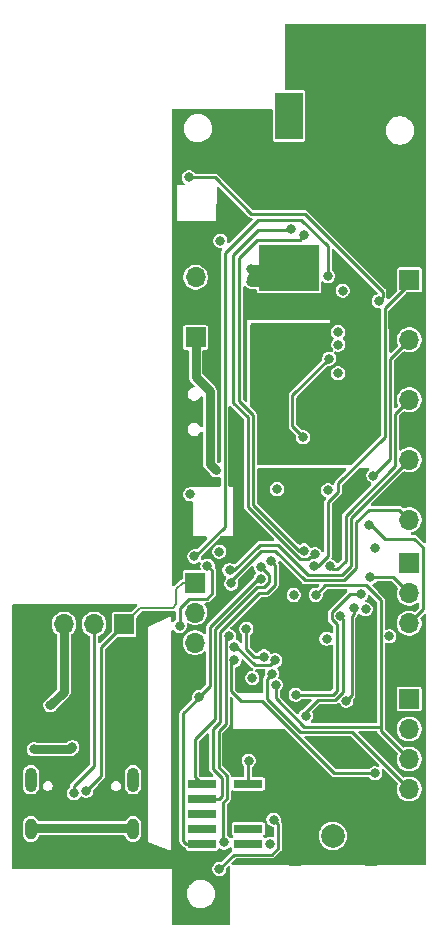
<source format=gbr>
%TF.GenerationSoftware,KiCad,Pcbnew,9.0.0*%
%TF.CreationDate,2026-01-11T16:58:41-05:00*%
%TF.ProjectId,Tiny4FSK,54696e79-3446-4534-9b2e-6b696361645f,rev?*%
%TF.SameCoordinates,Original*%
%TF.FileFunction,Copper,L4,Bot*%
%TF.FilePolarity,Positive*%
%FSLAX46Y46*%
G04 Gerber Fmt 4.6, Leading zero omitted, Abs format (unit mm)*
G04 Created by KiCad (PCBNEW 9.0.0) date 2026-01-11 16:58:41*
%MOMM*%
%LPD*%
G01*
G04 APERTURE LIST*
G04 Aperture macros list*
%AMRoundRect*
0 Rectangle with rounded corners*
0 $1 Rounding radius*
0 $2 $3 $4 $5 $6 $7 $8 $9 X,Y pos of 4 corners*
0 Add a 4 corners polygon primitive as box body*
4,1,4,$2,$3,$4,$5,$6,$7,$8,$9,$2,$3,0*
0 Add four circle primitives for the rounded corners*
1,1,$1+$1,$2,$3*
1,1,$1+$1,$4,$5*
1,1,$1+$1,$6,$7*
1,1,$1+$1,$8,$9*
0 Add four rect primitives between the rounded corners*
20,1,$1+$1,$2,$3,$4,$5,0*
20,1,$1+$1,$4,$5,$6,$7,0*
20,1,$1+$1,$6,$7,$8,$9,0*
20,1,$1+$1,$8,$9,$2,$3,0*%
G04 Aperture macros list end*
%TA.AperFunction,ComponentPad*%
%ADD10R,1.700000X1.700000*%
%TD*%
%TA.AperFunction,ComponentPad*%
%ADD11O,1.000000X2.100000*%
%TD*%
%TA.AperFunction,ComponentPad*%
%ADD12O,1.000000X1.800000*%
%TD*%
%TA.AperFunction,ComponentPad*%
%ADD13O,1.700000X1.700000*%
%TD*%
%TA.AperFunction,HeatsinkPad*%
%ADD14C,0.500000*%
%TD*%
%TA.AperFunction,HeatsinkPad*%
%ADD15R,2.500000X2.500000*%
%TD*%
%TA.AperFunction,ComponentPad*%
%ADD16C,0.600000*%
%TD*%
%TA.AperFunction,SMDPad,CuDef*%
%ADD17R,2.800000X2.300000*%
%TD*%
%TA.AperFunction,ComponentPad*%
%ADD18C,2.000000*%
%TD*%
%TA.AperFunction,SMDPad,CuDef*%
%ADD19RoundRect,0.500000X0.500000X2.000000X-0.500000X2.000000X-0.500000X-2.000000X0.500000X-2.000000X0*%
%TD*%
%TA.AperFunction,SMDPad,CuDef*%
%ADD20R,2.340000X3.960000*%
%TD*%
%TA.AperFunction,SMDPad,CuDef*%
%ADD21R,5.080000X3.960000*%
%TD*%
%TA.AperFunction,SMDPad,CuDef*%
%ADD22R,2.400000X0.740000*%
%TD*%
%TA.AperFunction,ViaPad*%
%ADD23C,0.800000*%
%TD*%
%TA.AperFunction,ViaPad*%
%ADD24C,0.600000*%
%TD*%
%TA.AperFunction,Conductor*%
%ADD25C,0.250000*%
%TD*%
%TA.AperFunction,Conductor*%
%ADD26C,0.750000*%
%TD*%
%TA.AperFunction,Conductor*%
%ADD27C,0.200000*%
%TD*%
G04 APERTURE END LIST*
D10*
%TO.P,J9,1,Pin_1*%
%TO.N,Earth*%
X155700000Y-38700000D03*
%TD*%
D11*
%TO.P,J7,S1,SHIELD*%
%TO.N,Net-(J7-SHIELD)*%
X128356776Y-100905139D03*
D12*
X128356776Y-105085139D03*
D11*
X136996776Y-100905139D03*
D12*
X136996776Y-105085139D03*
%TD*%
D10*
%TO.P,J4,1,Pin_1*%
%TO.N,D+*%
X142250000Y-84210000D03*
D13*
%TO.P,J4,2,Pin_2*%
%TO.N,D-*%
X142250000Y-86750000D03*
%TO.P,J4,3,Pin_3*%
%TO.N,+3.3V*%
X142250000Y-89290000D03*
%TO.P,J4,4,Pin_4*%
%TO.N,Earth*%
X142250000Y-91830000D03*
%TD*%
D10*
%TO.P,J3,1,Pin_1*%
%TO.N,+3.3V*%
X160380000Y-82590000D03*
D13*
%TO.P,J3,2,Pin_2*%
%TO.N,SDA*%
X160380000Y-85130000D03*
%TO.P,J3,3,Pin_3*%
%TO.N,SCL*%
X160380000Y-87670000D03*
%TO.P,J3,4,Pin_4*%
%TO.N,Earth*%
X160380000Y-90210000D03*
%TD*%
D14*
%TO.P,U6,21,GND_2*%
%TO.N,Earth*%
X153500000Y-93000000D03*
X153500000Y-91000000D03*
D15*
X152500000Y-92000000D03*
D14*
X151500000Y-93000000D03*
X151500000Y-91000000D03*
%TD*%
D10*
%TO.P,J1,1,Pin_1*%
%TO.N,+BATT*%
X142294431Y-63452157D03*
D13*
%TO.P,J1,2,Pin_2*%
%TO.N,Earth*%
X142294431Y-60912157D03*
%TO.P,J1,3,Pin_3*%
%TO.N,+3.3V*%
X142294431Y-58372157D03*
%TD*%
D16*
%TO.P,U3,11,PAD*%
%TO.N,Earth*%
X154385000Y-69255000D03*
X152885000Y-69255000D03*
X153635000Y-69755000D03*
D17*
X153635000Y-69755000D03*
D16*
X154385000Y-70255000D03*
X152885000Y-70255000D03*
%TD*%
D18*
%TO.P,AE2,1,RF*%
%TO.N,Net-(AE2-RF)*%
X153911023Y-105665790D03*
%TO.P,AE2,2,Shield*%
%TO.N,Earth*%
X150696023Y-105665790D03*
D19*
X150696023Y-105665790D03*
D18*
X157126023Y-105665790D03*
D19*
X157126023Y-105665790D03*
%TD*%
D10*
%TO.P,J2,1,Pin_1*%
%TO.N,D38*%
X160400000Y-58580000D03*
D13*
%TO.P,J2,2,Pin_2*%
%TO.N,Earth*%
X160400000Y-61120000D03*
%TO.P,J2,3,Pin_3*%
%TO.N,D12*%
X160400000Y-63660000D03*
%TO.P,J2,4,Pin_4*%
%TO.N,Earth*%
X160400000Y-66200000D03*
%TO.P,J2,5,Pin_5*%
%TO.N,D13*%
X160400000Y-68740000D03*
%TO.P,J2,6,Pin_6*%
%TO.N,Earth*%
X160400000Y-71280000D03*
%TO.P,J2,7,Pin_7*%
%TO.N,A1*%
X160400000Y-73820000D03*
%TO.P,J2,8,Pin_8*%
%TO.N,Earth*%
X160400000Y-76360000D03*
%TO.P,J2,9,Pin_9*%
%TO.N,A2*%
X160400000Y-78900000D03*
%TD*%
D10*
%TO.P,J5,1,Pin_1*%
%TO.N,D+*%
X136241300Y-87746215D03*
D13*
%TO.P,J5,2,Pin_2*%
%TO.N,D-*%
X133701300Y-87746215D03*
%TO.P,J5,3,Pin_3*%
%TO.N,+3.3V*%
X131161300Y-87746215D03*
%TO.P,J5,4,Pin_4*%
%TO.N,Earth*%
X128621300Y-87746215D03*
%TD*%
D10*
%TO.P,J6,1,Pin_1*%
%TO.N,+3.3V*%
X160380000Y-94065000D03*
D13*
%TO.P,J6,2,Pin_2*%
%TO.N,MOSI*%
X160380000Y-96605000D03*
%TO.P,J6,3,Pin_3*%
%TO.N,MISO*%
X160380000Y-99145000D03*
%TO.P,J6,4,Pin_4*%
%TO.N,SCK*%
X160380000Y-101685000D03*
%TO.P,J6,5,Pin_5*%
%TO.N,Earth*%
X160380000Y-104225000D03*
%TD*%
D20*
%TO.P,BT1,*%
%TO.N,*%
X150200000Y-44695000D03*
D21*
%TO.P,BT1,1,+*%
%TO.N,+BATT*%
X150200000Y-57545000D03*
%TO.P,BT1,2,-*%
%TO.N,Earth*%
X150200000Y-87850000D03*
D20*
X150200000Y-100700000D03*
%TD*%
D22*
%TO.P,J8,1,Pin_1*%
%TO.N,+3.3V*%
X146750000Y-101250000D03*
%TO.P,J8,2,Pin_2*%
%TO.N,SWDIO*%
X142850000Y-101250000D03*
%TO.P,J8,3,Pin_3*%
%TO.N,Earth*%
X146750000Y-102520000D03*
%TO.P,J8,4,Pin_4*%
%TO.N,SWCLK*%
X142850000Y-102520000D03*
%TO.P,J8,5,Pin_5*%
%TO.N,Earth*%
X146750000Y-103790000D03*
%TO.P,J8,6,Pin_6*%
%TO.N,unconnected-(J8-Pin_6-Pad6)*%
X142850000Y-103790000D03*
%TO.P,J8,7,Pin_7*%
%TO.N,unconnected-(J8-Pin_7-Pad7)*%
X146750000Y-105060000D03*
%TO.P,J8,8,Pin_8*%
%TO.N,unconnected-(J8-Pin_8-Pad8)*%
X142850000Y-105060000D03*
%TO.P,J8,9,Pin_9*%
%TO.N,unconnected-(J8-Pin_9-Pad9)*%
X146750000Y-106330000D03*
%TO.P,J8,10,Pin_10*%
%TO.N,nRST*%
X142850000Y-106330000D03*
%TD*%
D23*
%TO.N,Earth*%
X157000000Y-67750000D03*
X156000000Y-43828369D03*
X152900000Y-73500000D03*
X156510000Y-48038570D03*
X157064640Y-91282624D03*
X156500000Y-45904284D03*
X148400000Y-70600000D03*
X154100761Y-73460013D03*
X140750000Y-64750000D03*
X155000000Y-54200000D03*
X148700000Y-72100000D03*
X146750000Y-60500000D03*
X160950000Y-37748369D03*
X150000000Y-49500000D03*
X130250000Y-103750000D03*
D24*
X130900000Y-95656687D03*
D23*
X160950000Y-39852246D03*
X157398495Y-66500000D03*
X153500000Y-38928369D03*
X143000000Y-98500000D03*
X128750000Y-91000000D03*
X156500000Y-46900000D03*
X153900000Y-44100000D03*
X145750000Y-71500000D03*
X156500000Y-49034284D03*
X154400000Y-40228369D03*
D24*
X127750000Y-89500000D03*
D23*
X152770000Y-95230000D03*
X156510000Y-44771225D03*
X140750000Y-57000000D03*
X152900000Y-37728369D03*
X147075000Y-44500000D03*
X151975936Y-42320206D03*
X154600000Y-45100000D03*
X131500000Y-103750000D03*
X129156247Y-97211402D03*
X155100000Y-76500000D03*
X160950000Y-54267139D03*
X156640503Y-72436099D03*
X157398495Y-63363147D03*
X140750000Y-50000000D03*
X154600000Y-42328369D03*
X156500000Y-54250000D03*
X150300000Y-98400000D03*
X158010000Y-51812856D03*
X142250000Y-69750000D03*
X147900000Y-100000000D03*
X142550000Y-47830000D03*
X151545151Y-85637947D03*
X158010000Y-54878214D03*
X155300000Y-43128369D03*
X152700000Y-100200000D03*
X143000000Y-99750000D03*
X153000000Y-40028369D03*
X157100000Y-57200000D03*
X141000000Y-71250000D03*
X141200000Y-75200000D03*
X145750000Y-72750000D03*
X141150000Y-94370000D03*
X154600000Y-46100000D03*
D24*
X137250000Y-89500000D03*
D23*
X154700000Y-57800000D03*
X144000000Y-44500000D03*
X151300000Y-76100000D03*
X157040000Y-95310000D03*
X158010000Y-53856428D03*
X150300000Y-75100000D03*
X141000000Y-80478020D03*
X141550000Y-47270000D03*
X157040000Y-93270000D03*
X150300000Y-40528369D03*
X158010000Y-52834642D03*
X150200000Y-72100000D03*
X148100000Y-44500000D03*
X157000000Y-102400000D03*
X156300000Y-64000000D03*
X143550000Y-47210000D03*
X151000000Y-49500000D03*
X141250000Y-55000000D03*
X160950000Y-41876123D03*
X157064640Y-92302624D03*
X157398495Y-65454381D03*
X135750000Y-102750000D03*
X157040000Y-94290000D03*
X155800000Y-62800000D03*
X156895000Y-71250000D03*
X153000000Y-43200000D03*
D24*
X137250000Y-90750000D03*
D23*
X160950000Y-50219385D03*
X148800000Y-73300000D03*
X146750000Y-50250000D03*
X157730000Y-37748369D03*
X141900000Y-107600000D03*
X149000000Y-49500000D03*
X141000000Y-68250000D03*
X151700000Y-102600000D03*
X154600000Y-49460000D03*
X148020000Y-49500000D03*
X151223609Y-77300468D03*
X143700000Y-56500000D03*
X154250000Y-79250000D03*
X132750000Y-103750000D03*
X155600000Y-103100000D03*
X152300000Y-39328369D03*
X152300000Y-103400000D03*
X146200000Y-97100000D03*
X135257753Y-94120555D03*
X160950000Y-48195508D03*
X154600000Y-47400000D03*
X141500000Y-79600000D03*
X156500000Y-50030000D03*
X131930000Y-96900000D03*
X152910000Y-97595000D03*
X154600000Y-48460000D03*
X153720000Y-98820000D03*
X156300000Y-87600000D03*
X151700000Y-101100000D03*
X157398495Y-64408764D03*
X152000000Y-49500000D03*
X145305310Y-81505781D03*
X160300000Y-107100000D03*
X150400000Y-38128369D03*
X146050000Y-44500000D03*
X153600000Y-53600000D03*
X153200000Y-49500000D03*
X151200000Y-41400000D03*
X140300000Y-107650000D03*
X129192696Y-95552010D03*
X156100000Y-59500000D03*
X159340000Y-37748369D03*
X160950000Y-52243262D03*
D24*
X137750000Y-96000000D03*
D23*
X158010000Y-55900000D03*
X135250000Y-103750000D03*
X146025000Y-92300000D03*
X154770000Y-98810000D03*
X157190000Y-97230000D03*
X148173772Y-76314833D03*
X134000000Y-103750000D03*
X160950000Y-43900000D03*
X145025000Y-44500000D03*
X129500000Y-102750000D03*
%TO.N,+3.3V*%
X154377605Y-64069111D03*
X149200000Y-76300000D03*
X153607500Y-65255000D03*
X156700000Y-86467500D03*
X146800000Y-99300000D03*
X148568663Y-106320748D03*
X154357500Y-63000000D03*
X153390002Y-88978107D03*
X154357500Y-66505000D03*
X144390000Y-55280000D03*
X141848000Y-76730000D03*
X130000000Y-94600000D03*
X144307081Y-81600000D03*
X153500000Y-76400000D03*
X157475000Y-81300000D03*
X150615305Y-85270000D03*
X154750000Y-59500000D03*
X151400000Y-71900000D03*
X147100000Y-92300000D03*
X158700000Y-88767500D03*
%TO.N,GPIO1*%
X146597024Y-88127670D03*
X148088612Y-90479669D03*
%TO.N,RF_RST*%
X145575000Y-89646586D03*
X140950000Y-87890000D03*
X143304168Y-82785832D03*
X149040055Y-90787500D03*
%TO.N,SCK*%
X148778661Y-91930002D03*
%TO.N,MISO*%
X149087390Y-92887767D03*
X152475000Y-85269998D03*
%TO.N,MOSI*%
X145575000Y-90800000D03*
X157490000Y-100360000D03*
%TO.N,RF_SS*%
X150775000Y-93720000D03*
X156297591Y-85220260D03*
%TO.N,SDA*%
X157090636Y-83775330D03*
%TO.N,SCL*%
X141746063Y-49911322D03*
X157806556Y-60385147D03*
X157000000Y-79337500D03*
%TO.N,SWDIO*%
X147822340Y-82874802D03*
%TO.N,SWCLK*%
X148696470Y-82389104D03*
%TO.N,nRST*%
X147820789Y-83897149D03*
X142600000Y-93900000D03*
%TO.N,A1*%
X145174927Y-83163304D03*
%TO.N,A2*%
X145319484Y-84285581D03*
%TO.N,D+*%
X133052482Y-101849196D03*
%TO.N,D-*%
X132000000Y-102050000D03*
%TO.N,SUCCESS*%
X145125000Y-88750000D03*
X144725178Y-106221176D03*
%TO.N,ERROR*%
X144312775Y-108469464D03*
X148900000Y-104300000D03*
X151640000Y-95480000D03*
X154562653Y-87037347D03*
%TO.N,SDN*%
X155052263Y-94223043D03*
X155703538Y-86383424D03*
%TO.N,D13*%
X153675001Y-82823388D03*
%TO.N,D12*%
X157363639Y-75173639D03*
%TO.N,+BATT*%
X147000000Y-58750000D03*
X147000000Y-57700000D03*
X144025000Y-74699191D03*
%TO.N,TXD*%
X151460304Y-81504999D03*
X151509790Y-54809991D03*
%TO.N,RXD*%
X150340626Y-54300000D03*
X152406925Y-81827358D03*
%TO.N,GPS_EN*%
X142200000Y-82000000D03*
X153500000Y-58250000D03*
%TO.N,USB*%
X128600000Y-98333575D03*
X131870000Y-98150000D03*
%TO.N,D38*%
X152300000Y-82824750D03*
%TD*%
D25*
%TO.N,Earth*%
X147580000Y-102520000D02*
X148599695Y-101500305D01*
X150300000Y-98400000D02*
X150300000Y-100600000D01*
X151700000Y-101100000D02*
X150600000Y-101100000D01*
X148600000Y-100700000D02*
X147900000Y-100000000D01*
X146750000Y-103790000D02*
X146750000Y-102520000D01*
X151545151Y-85637947D02*
X151545151Y-86504849D01*
X148599695Y-100699695D02*
X147900000Y-100000000D01*
X148599695Y-101500305D02*
X148599695Y-100699695D01*
X160340000Y-76330000D02*
X160380000Y-76370000D01*
X146750000Y-102520000D02*
X147580000Y-102520000D01*
X151545151Y-86504849D02*
X150200000Y-87850000D01*
X151700000Y-102600000D02*
X150200000Y-101100000D01*
%TO.N,+3.3V*%
X153607500Y-65255000D02*
X150500000Y-68362500D01*
D26*
X130000000Y-94600000D02*
X131161300Y-93438700D01*
D25*
X146800000Y-99300000D02*
X146750000Y-99350000D01*
X150500000Y-71000000D02*
X151400000Y-71900000D01*
X146750000Y-99350000D02*
X146750000Y-101250000D01*
D26*
X131161300Y-93438700D02*
X131161300Y-87746215D01*
D25*
X150500000Y-68362500D02*
X150500000Y-71000000D01*
%TO.N,GPIO1*%
X147229669Y-90479669D02*
X148088612Y-90479669D01*
X146597024Y-89847024D02*
X147229669Y-90479669D01*
X146597024Y-88127670D02*
X146597024Y-89847024D01*
%TO.N,RF_RST*%
X143700000Y-85110000D02*
X143700000Y-83181664D01*
X145760190Y-89646586D02*
X145575000Y-89646586D01*
X140950000Y-87890000D02*
X140950000Y-86388299D01*
X147318606Y-91205002D02*
X145760190Y-89646586D01*
X143240000Y-85570000D02*
X143700000Y-85110000D01*
X148622553Y-91205002D02*
X147318606Y-91205002D01*
X140950000Y-86388299D02*
X141768299Y-85570000D01*
X143700000Y-83181664D02*
X143304168Y-82785832D01*
X149040055Y-90787500D02*
X148622553Y-91205002D01*
X141768299Y-85570000D02*
X143240000Y-85570000D01*
%TO.N,SCK*%
X155565000Y-96870000D02*
X160380000Y-101685000D01*
X148362390Y-94062390D02*
X151170000Y-96870000D01*
X148362390Y-92346273D02*
X148362390Y-94062390D01*
X151170000Y-96870000D02*
X155565000Y-96870000D01*
X148778661Y-91930002D02*
X148362390Y-92346273D01*
%TO.N,MISO*%
X149087390Y-92887767D02*
X149087390Y-94007390D01*
X153294998Y-84450000D02*
X156740000Y-84450000D01*
X160380000Y-99145000D02*
X157975000Y-96740000D01*
X152475000Y-85269998D02*
X153294998Y-84450000D01*
X157975000Y-85685000D02*
X157975000Y-95025000D01*
X157975000Y-96740000D02*
X157975000Y-95025000D01*
X151500000Y-96420000D02*
X157855000Y-96420000D01*
X157855000Y-96420000D02*
X157975000Y-96540000D01*
X149087390Y-94007390D02*
X151500000Y-96420000D01*
X157975000Y-96540000D02*
X157975000Y-95025000D01*
X156740000Y-84450000D02*
X157975000Y-85685000D01*
%TO.N,MOSI*%
X147912390Y-94248786D02*
X154023604Y-100360000D01*
X145300000Y-93400000D02*
X146148786Y-94248786D01*
X154023604Y-100360000D02*
X157490000Y-100360000D01*
X145300000Y-91075000D02*
X145300000Y-93400000D01*
X146148786Y-94248786D02*
X147912390Y-94248786D01*
X145575000Y-90800000D02*
X145300000Y-91075000D01*
%TO.N,RF_SS*%
X156297591Y-85220260D02*
X155354435Y-85220260D01*
X154250000Y-87749999D02*
X154250000Y-93363604D01*
X153893604Y-93720000D02*
X150775000Y-93720000D01*
X153837653Y-86737042D02*
X153837653Y-87337652D01*
X155354435Y-85220260D02*
X153837653Y-86737042D01*
X154250000Y-93363604D02*
X153893604Y-93720000D01*
X153837653Y-87337652D02*
X154250000Y-87749999D01*
%TO.N,SDA*%
X157090636Y-83775330D02*
X157125966Y-83740000D01*
X160380000Y-85120000D02*
X160380000Y-85130000D01*
X157090636Y-83775330D02*
X157115813Y-83750153D01*
X159000000Y-83740000D02*
X160380000Y-85120000D01*
X157125966Y-83740000D02*
X159000000Y-83740000D01*
%TO.N,SCL*%
X161570880Y-81240880D02*
X161570880Y-86479120D01*
X158127761Y-59577761D02*
X151550000Y-53000000D01*
X161570880Y-86479120D02*
X160380000Y-87670000D01*
X157147500Y-79337500D02*
X158310000Y-80500000D01*
X143911322Y-49911322D02*
X141746063Y-49911322D01*
X158310000Y-80500000D02*
X160830000Y-80500000D01*
X151550000Y-53000000D02*
X147000000Y-53000000D01*
X157806556Y-60385147D02*
X158127761Y-60063942D01*
X147000000Y-53000000D02*
X143911322Y-49911322D01*
X158127761Y-60063942D02*
X158127761Y-59577761D01*
X157000000Y-79337500D02*
X157147500Y-79337500D01*
X160830000Y-80500000D02*
X161570880Y-81240880D01*
%TO.N,SWDIO*%
X148545789Y-83596844D02*
X148545789Y-84197454D01*
X142250000Y-97500000D02*
X142250000Y-100650000D01*
X148121094Y-84622149D02*
X147514247Y-84622149D01*
X147822340Y-82874802D02*
X148119687Y-83172149D01*
X148121094Y-83172149D02*
X148545789Y-83596844D01*
X148545789Y-84197454D02*
X148121094Y-84622149D01*
X147514247Y-84622149D02*
X143950000Y-88186396D01*
X148119687Y-83172149D02*
X148121094Y-83172149D01*
X142250000Y-100650000D02*
X142850000Y-101250000D01*
X143950000Y-88186396D02*
X143950000Y-95800000D01*
X143950000Y-95800000D02*
X142250000Y-97500000D01*
%TO.N,SWCLK*%
X147700643Y-85072149D02*
X144400000Y-88372792D01*
X144400000Y-95986396D02*
X143750000Y-96636396D01*
X148995789Y-82688423D02*
X148995789Y-84383850D01*
X148307490Y-85072149D02*
X147700643Y-85072149D01*
X143750000Y-100000000D02*
X144500000Y-100750000D01*
X144500000Y-102320000D02*
X144300000Y-102520000D01*
X148995789Y-84383850D02*
X148307490Y-85072149D01*
X144500000Y-100750000D02*
X144500000Y-102320000D01*
X148696470Y-82389104D02*
X148995789Y-82688423D01*
X144300000Y-102520000D02*
X142850000Y-102520000D01*
X144400000Y-88372792D02*
X144400000Y-95986396D01*
X143750000Y-96636396D02*
X143750000Y-100000000D01*
%TO.N,nRST*%
X142600000Y-93900000D02*
X142600000Y-93945305D01*
X142600000Y-93945305D02*
X141250000Y-95295305D01*
X141250000Y-95295305D02*
X141250000Y-106060000D01*
X141250000Y-106060000D02*
X141520000Y-106330000D01*
X143500000Y-88000000D02*
X147602851Y-83897149D01*
X143500000Y-93000000D02*
X143500000Y-88000000D01*
X147602851Y-83897149D02*
X147820789Y-83897149D01*
X142600000Y-93900000D02*
X143500000Y-93000000D01*
X141520000Y-106330000D02*
X142850000Y-106330000D01*
%TO.N,A1*%
X145563836Y-83163304D02*
X147727140Y-81000000D01*
X151799750Y-83549750D02*
X154700555Y-83549750D01*
X155450000Y-82800305D02*
X155450000Y-78748980D01*
X145174927Y-83163304D02*
X145563836Y-83163304D01*
X149250000Y-81000000D02*
X151799750Y-83549750D01*
X147727140Y-81000000D02*
X149250000Y-81000000D01*
X155471020Y-78748980D02*
X160400000Y-73820000D01*
X155450000Y-78748980D02*
X155471020Y-78748980D01*
X159910000Y-74300000D02*
X160380000Y-73830000D01*
X154700555Y-83549750D02*
X155450000Y-82800305D01*
%TO.N,A2*%
X149040977Y-81500000D02*
X151540977Y-84000000D01*
X155900000Y-79100000D02*
X156950000Y-78050000D01*
X159970000Y-78500000D02*
X160380000Y-78910000D01*
X154886701Y-84000000D02*
X155900000Y-82986701D01*
X147863536Y-81500000D02*
X149040977Y-81500000D01*
X155900000Y-82986701D02*
X155900000Y-79100000D01*
X156950000Y-78050000D02*
X159550000Y-78050000D01*
X145319484Y-84285581D02*
X145319484Y-84044052D01*
X145319484Y-84044052D02*
X147863536Y-81500000D01*
X151540977Y-84000000D02*
X154886701Y-84000000D01*
X159550000Y-78050000D02*
X160400000Y-78900000D01*
%TO.N,D+*%
X134300000Y-89700000D02*
X136241300Y-87758700D01*
D27*
X140650000Y-86070000D02*
X140650000Y-84790000D01*
D25*
X134300000Y-100601678D02*
X134300000Y-89700000D01*
D27*
X140357965Y-86362035D02*
X140650000Y-86070000D01*
D25*
X133052482Y-101849196D02*
X134300000Y-100601678D01*
D27*
X137625480Y-86362035D02*
X140357965Y-86362035D01*
X141230000Y-84210000D02*
X142250000Y-84210000D01*
X140650000Y-84790000D02*
X141230000Y-84210000D01*
D25*
X136241300Y-87758700D02*
X136241300Y-87746215D01*
D27*
X136241300Y-87746215D02*
X137625480Y-86362035D01*
D25*
%TO.N,D-*%
X132000000Y-101402105D02*
X133692500Y-99709605D01*
X132000000Y-102050000D02*
X132000000Y-101402105D01*
X133692500Y-99709605D02*
X133692500Y-87755015D01*
X133692500Y-87755015D02*
X133701300Y-87746215D01*
%TO.N,SUCCESS*%
X144250000Y-96772792D02*
X144850000Y-96172792D01*
X144850000Y-96172792D02*
X144850000Y-89025000D01*
X144950000Y-100563604D02*
X144250000Y-99863604D01*
X144658181Y-102798215D02*
X144950000Y-102506396D01*
X144250000Y-99863604D02*
X144250000Y-96772792D01*
X144658181Y-106154179D02*
X144658181Y-102798215D01*
X144725178Y-106221176D02*
X144658181Y-106154179D01*
X144850000Y-89025000D02*
X145125000Y-88750000D01*
X144950000Y-102506396D02*
X144950000Y-100563604D01*
%TO.N,ERROR*%
X154795000Y-87269694D02*
X154795000Y-93455000D01*
X145532239Y-107250000D02*
X148750000Y-107250000D01*
X149293663Y-104693663D02*
X148900000Y-104300000D01*
X152650000Y-94170000D02*
X151640000Y-95180000D01*
X144312775Y-108469464D02*
X145532239Y-107250000D01*
X149293663Y-106706337D02*
X149293663Y-104693663D01*
X154562653Y-87037347D02*
X154795000Y-87269694D01*
X151640000Y-95180000D02*
X151640000Y-95480000D01*
X154080000Y-94170000D02*
X152650000Y-94170000D01*
X154795000Y-93455000D02*
X154080000Y-94170000D01*
X148750000Y-107250000D02*
X149293663Y-106706337D01*
%TO.N,SDN*%
X155502739Y-87048044D02*
X155502739Y-93772567D01*
X155703538Y-86847245D02*
X155502739Y-87048044D01*
X155703538Y-86383424D02*
X155703538Y-86847245D01*
X155502739Y-93772567D02*
X155052263Y-94223043D01*
%TO.N,D13*%
X155000000Y-78562584D02*
X159200000Y-74362584D01*
X155000000Y-82362500D02*
X155000000Y-78562584D01*
X153675001Y-82823388D02*
X153951363Y-83099750D01*
X159200000Y-69940000D02*
X160400000Y-68740000D01*
X159200000Y-74362584D02*
X159200000Y-69940000D01*
X153951363Y-83099750D02*
X154262750Y-83099750D01*
X154262750Y-83099750D02*
X155000000Y-82362500D01*
%TO.N,D12*%
X158750000Y-65310000D02*
X160400000Y-63660000D01*
X157363639Y-75173639D02*
X158750000Y-73787278D01*
X158750000Y-73787278D02*
X158750000Y-65310000D01*
D26*
%TO.N,+BATT*%
X147000000Y-58750000D02*
X147600000Y-58750000D01*
X147600000Y-58750000D02*
X148995000Y-58750000D01*
D25*
X147000000Y-58750000D02*
X147650000Y-58750000D01*
D26*
X147700000Y-57700000D02*
X150045000Y-57700000D01*
X147000000Y-58400000D02*
X147700000Y-57700000D01*
X150045000Y-57700000D02*
X150200000Y-57545000D01*
X143500000Y-68000000D02*
X142294431Y-66794431D01*
X144025000Y-74699191D02*
X143500000Y-74174191D01*
X148995000Y-58750000D02*
X150200000Y-57545000D01*
X147000000Y-57700000D02*
X147700000Y-57700000D01*
X143500000Y-74174191D02*
X143500000Y-68000000D01*
X147000000Y-58750000D02*
X147000000Y-58400000D01*
X142294431Y-66794431D02*
X142294431Y-63452157D01*
X147000000Y-57700000D02*
X147600000Y-58300000D01*
D25*
X147650000Y-58750000D02*
X148075000Y-59175000D01*
D26*
X147600000Y-58300000D02*
X147600000Y-58750000D01*
D25*
%TO.N,TXD*%
X146000000Y-56700000D02*
X147500000Y-55200000D01*
X151119781Y-55200000D02*
X151509790Y-54809991D01*
X147175000Y-70048654D02*
X146000000Y-68873654D01*
X151071395Y-81504999D02*
X147175000Y-77608604D01*
X146000000Y-68873654D02*
X146000000Y-56700000D01*
X147500000Y-55200000D02*
X151119781Y-55200000D01*
X151460304Y-81504999D02*
X151071395Y-81504999D01*
X147175000Y-77608604D02*
X147175000Y-70048654D01*
%TO.N,RXD*%
X147555551Y-54400000D02*
X150240626Y-54400000D01*
X152164283Y-82070000D02*
X151986917Y-82070000D01*
X146725000Y-77795000D02*
X146725000Y-70235050D01*
X151986917Y-82070000D02*
X151826917Y-82230000D01*
X151826917Y-82230000D02*
X151160000Y-82230000D01*
X145500000Y-69010050D02*
X145500000Y-56455551D01*
X146725000Y-70235050D02*
X145500000Y-69010050D01*
X151160000Y-82230000D02*
X146725000Y-77795000D01*
X150240626Y-54400000D02*
X150340626Y-54300000D01*
X145500000Y-56455551D02*
X147555551Y-54400000D01*
X152406925Y-81827358D02*
X152164283Y-82070000D01*
%TO.N,GPS_EN*%
X144750000Y-79474695D02*
X144750000Y-56350000D01*
X147600000Y-53500000D02*
X151250000Y-53500000D01*
X142224695Y-82000000D02*
X144750000Y-79474695D01*
X142200000Y-82000000D02*
X142224695Y-82000000D01*
X144750000Y-56350000D02*
X147600000Y-53500000D01*
X153500000Y-55750000D02*
X153500000Y-58250000D01*
X151250000Y-53500000D02*
X153500000Y-55750000D01*
D26*
%TO.N,USB*%
X131686425Y-98333575D02*
X131870000Y-98150000D01*
X128600000Y-98333575D02*
X131686425Y-98333575D01*
%TO.N,Net-(J7-SHIELD)*%
X137000000Y-105010000D02*
X128360000Y-105010000D01*
D25*
%TO.N,D38*%
X158300000Y-71900000D02*
X158300000Y-61000000D01*
X153500000Y-77425305D02*
X154375000Y-76550305D01*
X154375000Y-75825000D02*
X158300000Y-71900000D01*
X160400000Y-58900000D02*
X160400000Y-58580000D01*
X153500000Y-81973084D02*
X153500000Y-77425305D01*
X158300000Y-61000000D02*
X160400000Y-58900000D01*
X152648334Y-82824750D02*
X153500000Y-81973084D01*
X154375000Y-76550305D02*
X154375000Y-75825000D01*
X152300000Y-82824750D02*
X152648334Y-82824750D01*
%TD*%
%TA.AperFunction,Conductor*%
%TO.N,Earth*%
G36*
X145280703Y-69251525D02*
G01*
X145287167Y-69257544D01*
X145820123Y-69790499D01*
X146363181Y-70333557D01*
X146396666Y-70394880D01*
X146399500Y-70421238D01*
X146399500Y-77837852D01*
X146421682Y-77920640D01*
X146431080Y-77936917D01*
X146464535Y-77994862D01*
X146464537Y-77994864D01*
X148932492Y-80462819D01*
X148965977Y-80524142D01*
X148960993Y-80593834D01*
X148919121Y-80649767D01*
X148853657Y-80674184D01*
X148844811Y-80674500D01*
X147684287Y-80674500D01*
X147601499Y-80696682D01*
X147527278Y-80739535D01*
X147527275Y-80739537D01*
X145636526Y-82630286D01*
X145575203Y-82663771D01*
X145505511Y-82658787D01*
X145486845Y-82649992D01*
X145406713Y-82603728D01*
X145406712Y-82603727D01*
X145406711Y-82603727D01*
X145253984Y-82562804D01*
X145095870Y-82562804D01*
X144943143Y-82603727D01*
X144943136Y-82603730D01*
X144806217Y-82682779D01*
X144806209Y-82682785D01*
X144694408Y-82794586D01*
X144694402Y-82794594D01*
X144615353Y-82931513D01*
X144615350Y-82931520D01*
X144574427Y-83084247D01*
X144574427Y-83242361D01*
X144600656Y-83340247D01*
X144615350Y-83395087D01*
X144615353Y-83395094D01*
X144694402Y-83532013D01*
X144694406Y-83532018D01*
X144694407Y-83532020D01*
X144806211Y-83643824D01*
X144860127Y-83674952D01*
X144908342Y-83725518D01*
X144921566Y-83794125D01*
X144895598Y-83858990D01*
X144885809Y-83870019D01*
X144838965Y-83916863D01*
X144838959Y-83916871D01*
X144759910Y-84053790D01*
X144759907Y-84053797D01*
X144718984Y-84206524D01*
X144718984Y-84364638D01*
X144735615Y-84426703D01*
X144759907Y-84517364D01*
X144759910Y-84517371D01*
X144838959Y-84654290D01*
X144838963Y-84654295D01*
X144838964Y-84654297D01*
X144950768Y-84766101D01*
X144950770Y-84766102D01*
X144950774Y-84766105D01*
X145085117Y-84843667D01*
X145087700Y-84845158D01*
X145240427Y-84886081D01*
X145240429Y-84886081D01*
X145398539Y-84886081D01*
X145398541Y-84886081D01*
X145551268Y-84845158D01*
X145688200Y-84766101D01*
X145800004Y-84654297D01*
X145879061Y-84517365D01*
X145919984Y-84364638D01*
X145919984Y-84206524D01*
X145879061Y-84053797D01*
X145879057Y-84053790D01*
X145878844Y-84053274D01*
X145878792Y-84052796D01*
X145876957Y-84045946D01*
X145878025Y-84045659D01*
X145871374Y-83983805D01*
X145902647Y-83921325D01*
X145905695Y-83918166D01*
X147010159Y-82813703D01*
X147071482Y-82780218D01*
X147141174Y-82785202D01*
X147197107Y-82827074D01*
X147221524Y-82892538D01*
X147221840Y-82901384D01*
X147221840Y-82953859D01*
X147256778Y-83084247D01*
X147262763Y-83106585D01*
X147262766Y-83106592D01*
X147341815Y-83243511D01*
X147341821Y-83243519D01*
X147395820Y-83297518D01*
X147429305Y-83358841D01*
X147424321Y-83428533D01*
X147395822Y-83472879D01*
X147340267Y-83528435D01*
X147340264Y-83528439D01*
X147261215Y-83665358D01*
X147261212Y-83665363D01*
X147228415Y-83787764D01*
X147196321Y-83843351D01*
X143239537Y-87800135D01*
X143239535Y-87800138D01*
X143196680Y-87874363D01*
X143178365Y-87942723D01*
X143178364Y-87942728D01*
X143174500Y-87957146D01*
X143174500Y-88429505D01*
X143154815Y-88496544D01*
X143102011Y-88542299D01*
X143032853Y-88552243D01*
X142969297Y-88523218D01*
X142962819Y-88517186D01*
X142919657Y-88474024D01*
X142780857Y-88381282D01*
X142747598Y-88359059D01*
X142556420Y-88279870D01*
X142556412Y-88279868D01*
X142353469Y-88239500D01*
X142353465Y-88239500D01*
X142146535Y-88239500D01*
X142146530Y-88239500D01*
X141943587Y-88279868D01*
X141943579Y-88279870D01*
X141752403Y-88359058D01*
X141580342Y-88474024D01*
X141434024Y-88620342D01*
X141319058Y-88792403D01*
X141239870Y-88983579D01*
X141239868Y-88983587D01*
X141199500Y-89186530D01*
X141199500Y-89393469D01*
X141239868Y-89596412D01*
X141239870Y-89596420D01*
X141319058Y-89787596D01*
X141434024Y-89959657D01*
X141580342Y-90105975D01*
X141580345Y-90105977D01*
X141752402Y-90220941D01*
X141943580Y-90300130D01*
X142146530Y-90340499D01*
X142146534Y-90340500D01*
X142146535Y-90340500D01*
X142353466Y-90340500D01*
X142353467Y-90340499D01*
X142556420Y-90300130D01*
X142747598Y-90220941D01*
X142919655Y-90105977D01*
X142929310Y-90096322D01*
X142962819Y-90062814D01*
X143024142Y-90029329D01*
X143093834Y-90034313D01*
X143149767Y-90076185D01*
X143174184Y-90141649D01*
X143174500Y-90150495D01*
X143174500Y-92813810D01*
X143154815Y-92880849D01*
X143138181Y-92901491D01*
X142776301Y-93263370D01*
X142714978Y-93296855D01*
X142687184Y-93298014D01*
X142687184Y-93299500D01*
X142520943Y-93299500D01*
X142368216Y-93340423D01*
X142368209Y-93340426D01*
X142231290Y-93419475D01*
X142231282Y-93419481D01*
X142119481Y-93531282D01*
X142119475Y-93531290D01*
X142040426Y-93668209D01*
X142040423Y-93668216D01*
X141999500Y-93820943D01*
X141999500Y-93979060D01*
X142003460Y-93993838D01*
X142001796Y-94063687D01*
X141971366Y-94113610D01*
X140989537Y-95095440D01*
X140989533Y-95095446D01*
X140946681Y-95169666D01*
X140946682Y-95169667D01*
X140924500Y-95252452D01*
X140924500Y-106017147D01*
X140924500Y-106102853D01*
X140946682Y-106185639D01*
X140989535Y-106259862D01*
X141259533Y-106529860D01*
X141259535Y-106529862D01*
X141320138Y-106590465D01*
X141388638Y-106630013D01*
X141436853Y-106680579D01*
X141446756Y-106714083D01*
X141448311Y-106713774D01*
X141461131Y-106778229D01*
X141461132Y-106778230D01*
X141505447Y-106844552D01*
X141571769Y-106888867D01*
X141571770Y-106888868D01*
X141630247Y-106900499D01*
X141630250Y-106900500D01*
X141630252Y-106900500D01*
X144069750Y-106900500D01*
X144069751Y-106900499D01*
X144084568Y-106897552D01*
X144128229Y-106888868D01*
X144128229Y-106888867D01*
X144128231Y-106888867D01*
X144194552Y-106844552D01*
X144238867Y-106778231D01*
X144238867Y-106778230D01*
X144243983Y-106770574D01*
X144297595Y-106725769D01*
X144366920Y-106717062D01*
X144409083Y-106732076D01*
X144493394Y-106780753D01*
X144646121Y-106821676D01*
X144646123Y-106821676D01*
X144804233Y-106821676D01*
X144804235Y-106821676D01*
X144956962Y-106780753D01*
X145093894Y-106701696D01*
X145140058Y-106655531D01*
X145201379Y-106622047D01*
X145271070Y-106627031D01*
X145327004Y-106668902D01*
X145343773Y-106699488D01*
X145349500Y-106714685D01*
X145349500Y-106719748D01*
X145361133Y-106778231D01*
X145389369Y-106820489D01*
X145394391Y-106833815D01*
X145395979Y-106855026D01*
X145402336Y-106875325D01*
X145398537Y-106889171D01*
X145399610Y-106903489D01*
X145389479Y-106922191D01*
X145383852Y-106942706D01*
X145372285Y-106953933D01*
X145366332Y-106964925D01*
X145353931Y-106971750D01*
X145340361Y-106984924D01*
X145332383Y-106989530D01*
X145332375Y-106989536D01*
X145271772Y-107050140D01*
X144489076Y-107832834D01*
X144427753Y-107866319D01*
X144399959Y-107867478D01*
X144399959Y-107868964D01*
X144233718Y-107868964D01*
X144080991Y-107909887D01*
X144080984Y-107909890D01*
X143944065Y-107988939D01*
X143944057Y-107988945D01*
X143832256Y-108100746D01*
X143832250Y-108100754D01*
X143753201Y-108237673D01*
X143753198Y-108237680D01*
X143712275Y-108390407D01*
X143712275Y-108548520D01*
X143753198Y-108701247D01*
X143753201Y-108701254D01*
X143832250Y-108838173D01*
X143832254Y-108838178D01*
X143832255Y-108838180D01*
X143944059Y-108949984D01*
X143944061Y-108949985D01*
X143944065Y-108949988D01*
X144080984Y-109029037D01*
X144080991Y-109029041D01*
X144233718Y-109069964D01*
X144233720Y-109069964D01*
X144391830Y-109069964D01*
X144391832Y-109069964D01*
X144544559Y-109029041D01*
X144681491Y-108949984D01*
X144793295Y-108838180D01*
X144872352Y-108701248D01*
X144913275Y-108548521D01*
X144913275Y-108390407D01*
X144913275Y-108382279D01*
X144916455Y-108382279D01*
X144924887Y-108328043D01*
X144949399Y-108293165D01*
X145037821Y-108204743D01*
X145099143Y-108171261D01*
X145168834Y-108176245D01*
X145224768Y-108218117D01*
X145249184Y-108283582D01*
X145249500Y-108292427D01*
X145249500Y-113075500D01*
X145229815Y-113142539D01*
X145177011Y-113188294D01*
X145125500Y-113199500D01*
X140424500Y-113199500D01*
X140357461Y-113179815D01*
X140311706Y-113127011D01*
X140300500Y-113075500D01*
X140300500Y-110482072D01*
X141539804Y-110482072D01*
X141539804Y-110671045D01*
X141569363Y-110857677D01*
X141627758Y-111037395D01*
X141713544Y-111205758D01*
X141824614Y-111358632D01*
X141958231Y-111492249D01*
X142111105Y-111603319D01*
X142190651Y-111643849D01*
X142279467Y-111689104D01*
X142279469Y-111689104D01*
X142279472Y-111689106D01*
X142375801Y-111720405D01*
X142459185Y-111747499D01*
X142645818Y-111777059D01*
X142645823Y-111777059D01*
X142834790Y-111777059D01*
X143021422Y-111747499D01*
X143201136Y-111689106D01*
X143369503Y-111603319D01*
X143522377Y-111492249D01*
X143655994Y-111358632D01*
X143767064Y-111205758D01*
X143852851Y-111037391D01*
X143911244Y-110857677D01*
X143940804Y-110671045D01*
X143940804Y-110482072D01*
X143911244Y-110295440D01*
X143852849Y-110115722D01*
X143767063Y-109947359D01*
X143655994Y-109794486D01*
X143522377Y-109660869D01*
X143369503Y-109549799D01*
X143201140Y-109464013D01*
X143021422Y-109405618D01*
X142834790Y-109376059D01*
X142834785Y-109376059D01*
X142645823Y-109376059D01*
X142645818Y-109376059D01*
X142459185Y-109405618D01*
X142279467Y-109464013D01*
X142111104Y-109549799D01*
X142023883Y-109613169D01*
X141958231Y-109660869D01*
X141958229Y-109660871D01*
X141958228Y-109660871D01*
X141824616Y-109794483D01*
X141824616Y-109794484D01*
X141824614Y-109794486D01*
X141776914Y-109860138D01*
X141713544Y-109947359D01*
X141627758Y-110115722D01*
X141569363Y-110295440D01*
X141539804Y-110482072D01*
X140300500Y-110482072D01*
X140300500Y-108449793D01*
X140300207Y-108449500D01*
X126874500Y-108449500D01*
X126807461Y-108429815D01*
X126761706Y-108377011D01*
X126750500Y-108325500D01*
X126750500Y-105554134D01*
X127656275Y-105554134D01*
X127683194Y-105689461D01*
X127683197Y-105689471D01*
X127735997Y-105816943D01*
X127736004Y-105816956D01*
X127812661Y-105931680D01*
X127812664Y-105931684D01*
X127910230Y-106029250D01*
X127910234Y-106029253D01*
X128024958Y-106105910D01*
X128024971Y-106105917D01*
X128152443Y-106158717D01*
X128152448Y-106158719D01*
X128152452Y-106158719D01*
X128152453Y-106158720D01*
X128287780Y-106185639D01*
X128287783Y-106185639D01*
X128425771Y-106185639D01*
X128516817Y-106167528D01*
X128561104Y-106158719D01*
X128688587Y-106105914D01*
X128803318Y-106029253D01*
X128900890Y-105931681D01*
X128977551Y-105816950D01*
X129030356Y-105689467D01*
X129030358Y-105689457D01*
X129031185Y-105685304D01*
X129063572Y-105623394D01*
X129124289Y-105588822D01*
X129152801Y-105585500D01*
X136200751Y-105585500D01*
X136267790Y-105605185D01*
X136313545Y-105657989D01*
X136322367Y-105685304D01*
X136323193Y-105689457D01*
X136323197Y-105689471D01*
X136375997Y-105816943D01*
X136376004Y-105816956D01*
X136452661Y-105931680D01*
X136452664Y-105931684D01*
X136550230Y-106029250D01*
X136550234Y-106029253D01*
X136664958Y-106105910D01*
X136664971Y-106105917D01*
X136792443Y-106158717D01*
X136792448Y-106158719D01*
X136792452Y-106158719D01*
X136792453Y-106158720D01*
X136927780Y-106185639D01*
X136927783Y-106185639D01*
X137065771Y-106185639D01*
X137156817Y-106167528D01*
X137201104Y-106158719D01*
X137328587Y-106105914D01*
X137443318Y-106029253D01*
X137540890Y-105931681D01*
X137617551Y-105816950D01*
X137670356Y-105689467D01*
X137690376Y-105588822D01*
X137697276Y-105554134D01*
X137697276Y-104616143D01*
X137670357Y-104480816D01*
X137670356Y-104480815D01*
X137670356Y-104480811D01*
X137651768Y-104435935D01*
X137617554Y-104353334D01*
X137617547Y-104353321D01*
X137540890Y-104238597D01*
X137540887Y-104238593D01*
X137443321Y-104141027D01*
X137443317Y-104141024D01*
X137328593Y-104064367D01*
X137328580Y-104064360D01*
X137201108Y-104011560D01*
X137201098Y-104011557D01*
X137065771Y-103984639D01*
X137065769Y-103984639D01*
X136927783Y-103984639D01*
X136927781Y-103984639D01*
X136792453Y-104011557D01*
X136792443Y-104011560D01*
X136664971Y-104064360D01*
X136664958Y-104064367D01*
X136550234Y-104141024D01*
X136550230Y-104141027D01*
X136452664Y-104238593D01*
X136452661Y-104238597D01*
X136376003Y-104353323D01*
X136375810Y-104353787D01*
X136374086Y-104357949D01*
X136330249Y-104412353D01*
X136263956Y-104434421D01*
X136259525Y-104434500D01*
X129094027Y-104434500D01*
X129026988Y-104414815D01*
X128981233Y-104362011D01*
X128979477Y-104357978D01*
X128977551Y-104353328D01*
X128977546Y-104353321D01*
X128900890Y-104238597D01*
X128900887Y-104238593D01*
X128803321Y-104141027D01*
X128803317Y-104141024D01*
X128688593Y-104064367D01*
X128688580Y-104064360D01*
X128561108Y-104011560D01*
X128561098Y-104011557D01*
X128425771Y-103984639D01*
X128425769Y-103984639D01*
X128287783Y-103984639D01*
X128287781Y-103984639D01*
X128152453Y-104011557D01*
X128152443Y-104011560D01*
X128024971Y-104064360D01*
X128024958Y-104064367D01*
X127910234Y-104141024D01*
X127910230Y-104141027D01*
X127812664Y-104238593D01*
X127812661Y-104238597D01*
X127736004Y-104353321D01*
X127735997Y-104353334D01*
X127683197Y-104480806D01*
X127683194Y-104480816D01*
X127656276Y-104616143D01*
X127656276Y-104616146D01*
X127656276Y-105554132D01*
X127656276Y-105554134D01*
X127656275Y-105554134D01*
X126750500Y-105554134D01*
X126750500Y-101524134D01*
X127656275Y-101524134D01*
X127683194Y-101659461D01*
X127683197Y-101659471D01*
X127735997Y-101786943D01*
X127736004Y-101786956D01*
X127812661Y-101901680D01*
X127812664Y-101901684D01*
X127910230Y-101999250D01*
X127910234Y-101999253D01*
X128024958Y-102075910D01*
X128024971Y-102075917D01*
X128152443Y-102128717D01*
X128152448Y-102128719D01*
X128152452Y-102128719D01*
X128152453Y-102128720D01*
X128287780Y-102155639D01*
X128287783Y-102155639D01*
X128425771Y-102155639D01*
X128516817Y-102137528D01*
X128561104Y-102128719D01*
X128688587Y-102075914D01*
X128803318Y-101999253D01*
X128900890Y-101901681D01*
X128977551Y-101786950D01*
X129030356Y-101659467D01*
X129048276Y-101569378D01*
X129057276Y-101524134D01*
X129057276Y-101349121D01*
X129361276Y-101349121D01*
X129361276Y-101461157D01*
X129390273Y-101569376D01*
X129446291Y-101666402D01*
X129525513Y-101745624D01*
X129622539Y-101801642D01*
X129730758Y-101830639D01*
X129730760Y-101830639D01*
X129842792Y-101830639D01*
X129842794Y-101830639D01*
X129951013Y-101801642D01*
X130048039Y-101745624D01*
X130127261Y-101666402D01*
X130183279Y-101569376D01*
X130212276Y-101461157D01*
X130212276Y-101349121D01*
X130183279Y-101240902D01*
X130127261Y-101143876D01*
X130048039Y-101064654D01*
X129951013Y-101008636D01*
X129842794Y-100979639D01*
X129730758Y-100979639D01*
X129622539Y-101008636D01*
X129622536Y-101008637D01*
X129525516Y-101064652D01*
X129525510Y-101064656D01*
X129446293Y-101143873D01*
X129446289Y-101143879D01*
X129390274Y-101240899D01*
X129390273Y-101240902D01*
X129361276Y-101349121D01*
X129057276Y-101349121D01*
X129057276Y-100286143D01*
X129030357Y-100150816D01*
X129030356Y-100150815D01*
X129030356Y-100150811D01*
X129019930Y-100125640D01*
X128977554Y-100023334D01*
X128977547Y-100023321D01*
X128900890Y-99908597D01*
X128900887Y-99908593D01*
X128803321Y-99811027D01*
X128803317Y-99811024D01*
X128688593Y-99734367D01*
X128688580Y-99734360D01*
X128561108Y-99681560D01*
X128561098Y-99681557D01*
X128425771Y-99654639D01*
X128425769Y-99654639D01*
X128287783Y-99654639D01*
X128287781Y-99654639D01*
X128152453Y-99681557D01*
X128152443Y-99681560D01*
X128024971Y-99734360D01*
X128024958Y-99734367D01*
X127910234Y-99811024D01*
X127910230Y-99811027D01*
X127812664Y-99908593D01*
X127812661Y-99908597D01*
X127736004Y-100023321D01*
X127735997Y-100023334D01*
X127683197Y-100150806D01*
X127683194Y-100150816D01*
X127656276Y-100286143D01*
X127656276Y-100286146D01*
X127656276Y-101524132D01*
X127656276Y-101524134D01*
X127656275Y-101524134D01*
X126750500Y-101524134D01*
X126750500Y-98254518D01*
X127999500Y-98254518D01*
X127999500Y-98412632D01*
X128027925Y-98518713D01*
X128040423Y-98565358D01*
X128040426Y-98565365D01*
X128119475Y-98702284D01*
X128119479Y-98702289D01*
X128119480Y-98702291D01*
X128231284Y-98814095D01*
X128231286Y-98814096D01*
X128231290Y-98814099D01*
X128368209Y-98893148D01*
X128368216Y-98893152D01*
X128520943Y-98934075D01*
X128520945Y-98934075D01*
X128679055Y-98934075D01*
X128679057Y-98934075D01*
X128744561Y-98916523D01*
X128756591Y-98913300D01*
X128788684Y-98909075D01*
X131762189Y-98909075D01*
X131762191Y-98909075D01*
X131908560Y-98869856D01*
X132039790Y-98794090D01*
X132143525Y-98690352D01*
X132169193Y-98670657D01*
X132238716Y-98630520D01*
X132350520Y-98518716D01*
X132429577Y-98381784D01*
X132470500Y-98229057D01*
X132470500Y-98070943D01*
X132429577Y-97918216D01*
X132391954Y-97853050D01*
X132350524Y-97781290D01*
X132350518Y-97781282D01*
X132238717Y-97669481D01*
X132238709Y-97669475D01*
X132101790Y-97590426D01*
X132101786Y-97590424D01*
X132101784Y-97590423D01*
X131949057Y-97549500D01*
X131790943Y-97549500D01*
X131638216Y-97590423D01*
X131638209Y-97590426D01*
X131501290Y-97669475D01*
X131501282Y-97669481D01*
X131449008Y-97721756D01*
X131387685Y-97755241D01*
X131361327Y-97758075D01*
X128788684Y-97758075D01*
X128756591Y-97753850D01*
X128720540Y-97744190D01*
X128679057Y-97733075D01*
X128520943Y-97733075D01*
X128368216Y-97773998D01*
X128368209Y-97774001D01*
X128231290Y-97853050D01*
X128231282Y-97853056D01*
X128119481Y-97964857D01*
X128119475Y-97964865D01*
X128040426Y-98101784D01*
X128040423Y-98101791D01*
X127999500Y-98254518D01*
X126750500Y-98254518D01*
X126750500Y-94520943D01*
X129399500Y-94520943D01*
X129399500Y-94679057D01*
X129427250Y-94782619D01*
X129440423Y-94831783D01*
X129440426Y-94831790D01*
X129519475Y-94968709D01*
X129519479Y-94968714D01*
X129519480Y-94968716D01*
X129631284Y-95080520D01*
X129631286Y-95080521D01*
X129631290Y-95080524D01*
X129737851Y-95142046D01*
X129768216Y-95159577D01*
X129920943Y-95200500D01*
X129920945Y-95200500D01*
X130079055Y-95200500D01*
X130079057Y-95200500D01*
X130231784Y-95159577D01*
X130368716Y-95080520D01*
X130480520Y-94968716D01*
X130520654Y-94899199D01*
X130540357Y-94873521D01*
X131504455Y-93909422D01*
X131504460Y-93909419D01*
X131514663Y-93899215D01*
X131514665Y-93899215D01*
X131621815Y-93792065D01*
X131697581Y-93660835D01*
X131704545Y-93634846D01*
X131708937Y-93618457D01*
X131724364Y-93560878D01*
X131736800Y-93514467D01*
X131736800Y-93362934D01*
X131736800Y-88691383D01*
X131756485Y-88624344D01*
X131791908Y-88588281D01*
X131830955Y-88562192D01*
X131977277Y-88415870D01*
X132092241Y-88243813D01*
X132171430Y-88052635D01*
X132211800Y-87849680D01*
X132211800Y-87642750D01*
X132171430Y-87439795D01*
X132092241Y-87248617D01*
X131977277Y-87076560D01*
X131977275Y-87076557D01*
X131830957Y-86930239D01*
X131711197Y-86850219D01*
X131658898Y-86815274D01*
X131645656Y-86809789D01*
X131467720Y-86736085D01*
X131467712Y-86736083D01*
X131264769Y-86695715D01*
X131264765Y-86695715D01*
X131057835Y-86695715D01*
X131057830Y-86695715D01*
X130854887Y-86736083D01*
X130854879Y-86736085D01*
X130663703Y-86815273D01*
X130491642Y-86930239D01*
X130345324Y-87076557D01*
X130230358Y-87248618D01*
X130151170Y-87439794D01*
X130151168Y-87439802D01*
X130110800Y-87642745D01*
X130110800Y-87849684D01*
X130151168Y-88052627D01*
X130151170Y-88052635D01*
X130217944Y-88213842D01*
X130230359Y-88243813D01*
X130259199Y-88286975D01*
X130345324Y-88415872D01*
X130491640Y-88562188D01*
X130491643Y-88562190D01*
X130491645Y-88562192D01*
X130530690Y-88588281D01*
X130575496Y-88641892D01*
X130585800Y-88691383D01*
X130585800Y-93148957D01*
X130566115Y-93215996D01*
X130549481Y-93236638D01*
X129726479Y-94059639D01*
X129700799Y-94079344D01*
X129631290Y-94119476D01*
X129631281Y-94119482D01*
X129519481Y-94231282D01*
X129519475Y-94231290D01*
X129440426Y-94368209D01*
X129440423Y-94368216D01*
X129399500Y-94520943D01*
X126750500Y-94520943D01*
X126750500Y-86138758D01*
X126770185Y-86071719D01*
X126822989Y-86025964D01*
X126874500Y-86014758D01*
X137248424Y-86014758D01*
X137315463Y-86034443D01*
X137361218Y-86087247D01*
X137371162Y-86156405D01*
X137342137Y-86219961D01*
X137336105Y-86226439D01*
X136903148Y-86659396D01*
X136841825Y-86692881D01*
X136815467Y-86695715D01*
X135371547Y-86695715D01*
X135313070Y-86707346D01*
X135313069Y-86707347D01*
X135246747Y-86751662D01*
X135202432Y-86817984D01*
X135202431Y-86817985D01*
X135190800Y-86876462D01*
X135190800Y-88297511D01*
X135171115Y-88364550D01*
X135154481Y-88385192D01*
X134229681Y-89309992D01*
X134168358Y-89343477D01*
X134098666Y-89338493D01*
X134042733Y-89296621D01*
X134018316Y-89231157D01*
X134018000Y-89222311D01*
X134018000Y-88834940D01*
X134037685Y-88767901D01*
X134090489Y-88722146D01*
X134094548Y-88720379D01*
X134101708Y-88717413D01*
X134198898Y-88677156D01*
X134370955Y-88562192D01*
X134517277Y-88415870D01*
X134632241Y-88243813D01*
X134711430Y-88052635D01*
X134751800Y-87849680D01*
X134751800Y-87642750D01*
X134711430Y-87439795D01*
X134632241Y-87248617D01*
X134517277Y-87076560D01*
X134517275Y-87076557D01*
X134370957Y-86930239D01*
X134251197Y-86850219D01*
X134198898Y-86815274D01*
X134185656Y-86809789D01*
X134007720Y-86736085D01*
X134007712Y-86736083D01*
X133804769Y-86695715D01*
X133804765Y-86695715D01*
X133597835Y-86695715D01*
X133597830Y-86695715D01*
X133394887Y-86736083D01*
X133394879Y-86736085D01*
X133203703Y-86815273D01*
X133031642Y-86930239D01*
X132885324Y-87076557D01*
X132770358Y-87248618D01*
X132691170Y-87439794D01*
X132691168Y-87439802D01*
X132650800Y-87642745D01*
X132650800Y-87849684D01*
X132691168Y-88052627D01*
X132691170Y-88052635D01*
X132757944Y-88213842D01*
X132770359Y-88243813D01*
X132799199Y-88286975D01*
X132885324Y-88415872D01*
X133031642Y-88562190D01*
X133031645Y-88562192D01*
X133203702Y-88677156D01*
X133230956Y-88688445D01*
X133290452Y-88713089D01*
X133344856Y-88756929D01*
X133366921Y-88823223D01*
X133367000Y-88827650D01*
X133367000Y-99523416D01*
X133347315Y-99590455D01*
X133330681Y-99611097D01*
X131739537Y-101202240D01*
X131739533Y-101202246D01*
X131696681Y-101276466D01*
X131696682Y-101276467D01*
X131674500Y-101359252D01*
X131674500Y-101475169D01*
X131654815Y-101542208D01*
X131635982Y-101562684D01*
X131637031Y-101563733D01*
X131519481Y-101681282D01*
X131519475Y-101681290D01*
X131440426Y-101818209D01*
X131440423Y-101818216D01*
X131399500Y-101970943D01*
X131399500Y-102129057D01*
X131413847Y-102182598D01*
X131440423Y-102281783D01*
X131440426Y-102281790D01*
X131519475Y-102418709D01*
X131519479Y-102418714D01*
X131519480Y-102418716D01*
X131631284Y-102530520D01*
X131631286Y-102530521D01*
X131631290Y-102530524D01*
X131768209Y-102609573D01*
X131768216Y-102609577D01*
X131920943Y-102650500D01*
X131920945Y-102650500D01*
X132079055Y-102650500D01*
X132079057Y-102650500D01*
X132231784Y-102609577D01*
X132368716Y-102530520D01*
X132480520Y-102418716D01*
X132507868Y-102371346D01*
X132558434Y-102323130D01*
X132627041Y-102309906D01*
X132677255Y-102325957D01*
X132683766Y-102329716D01*
X132820698Y-102408773D01*
X132973425Y-102449696D01*
X132973427Y-102449696D01*
X133131537Y-102449696D01*
X133131539Y-102449696D01*
X133284266Y-102408773D01*
X133421198Y-102329716D01*
X133533002Y-102217912D01*
X133612059Y-102080980D01*
X133652982Y-101928253D01*
X133652982Y-101770139D01*
X133652982Y-101762011D01*
X133656162Y-101762011D01*
X133664594Y-101707775D01*
X133689108Y-101672895D01*
X134012883Y-101349121D01*
X135141276Y-101349121D01*
X135141276Y-101461157D01*
X135170273Y-101569376D01*
X135226291Y-101666402D01*
X135305513Y-101745624D01*
X135402539Y-101801642D01*
X135510758Y-101830639D01*
X135510760Y-101830639D01*
X135622792Y-101830639D01*
X135622794Y-101830639D01*
X135731013Y-101801642D01*
X135828039Y-101745624D01*
X135907261Y-101666402D01*
X135963279Y-101569376D01*
X135975401Y-101524134D01*
X136296275Y-101524134D01*
X136323194Y-101659461D01*
X136323197Y-101659471D01*
X136375997Y-101786943D01*
X136376004Y-101786956D01*
X136452661Y-101901680D01*
X136452664Y-101901684D01*
X136550230Y-101999250D01*
X136550234Y-101999253D01*
X136664958Y-102075910D01*
X136664971Y-102075917D01*
X136792443Y-102128717D01*
X136792448Y-102128719D01*
X136792452Y-102128719D01*
X136792453Y-102128720D01*
X136927780Y-102155639D01*
X136927783Y-102155639D01*
X137065771Y-102155639D01*
X137156817Y-102137528D01*
X137201104Y-102128719D01*
X137328587Y-102075914D01*
X137443318Y-101999253D01*
X137540890Y-101901681D01*
X137617551Y-101786950D01*
X137670356Y-101659467D01*
X137688276Y-101569378D01*
X137697276Y-101524134D01*
X137697276Y-100286143D01*
X137670357Y-100150816D01*
X137670356Y-100150815D01*
X137670356Y-100150811D01*
X137659930Y-100125640D01*
X137617554Y-100023334D01*
X137617547Y-100023321D01*
X137540890Y-99908597D01*
X137540887Y-99908593D01*
X137443321Y-99811027D01*
X137443317Y-99811024D01*
X137328593Y-99734367D01*
X137328580Y-99734360D01*
X137201108Y-99681560D01*
X137201098Y-99681557D01*
X137065771Y-99654639D01*
X137065769Y-99654639D01*
X136927783Y-99654639D01*
X136927781Y-99654639D01*
X136792453Y-99681557D01*
X136792443Y-99681560D01*
X136664971Y-99734360D01*
X136664958Y-99734367D01*
X136550234Y-99811024D01*
X136550230Y-99811027D01*
X136452664Y-99908593D01*
X136452661Y-99908597D01*
X136376004Y-100023321D01*
X136375997Y-100023334D01*
X136323197Y-100150806D01*
X136323194Y-100150816D01*
X136296276Y-100286143D01*
X136296276Y-100286146D01*
X136296276Y-101524132D01*
X136296276Y-101524134D01*
X136296275Y-101524134D01*
X135975401Y-101524134D01*
X135992276Y-101461157D01*
X135992276Y-101349121D01*
X135963279Y-101240902D01*
X135907261Y-101143876D01*
X135828039Y-101064654D01*
X135731013Y-101008636D01*
X135622794Y-100979639D01*
X135510758Y-100979639D01*
X135402539Y-101008636D01*
X135402536Y-101008637D01*
X135305516Y-101064652D01*
X135305510Y-101064656D01*
X135226293Y-101143873D01*
X135226289Y-101143879D01*
X135170274Y-101240899D01*
X135170273Y-101240902D01*
X135141276Y-101349121D01*
X134012883Y-101349121D01*
X134560465Y-100801540D01*
X134603318Y-100727317D01*
X134625500Y-100644531D01*
X134625500Y-100558825D01*
X134625500Y-89886188D01*
X134645185Y-89819149D01*
X134661819Y-89798507D01*
X135627292Y-88833034D01*
X135688615Y-88799549D01*
X135714973Y-88796715D01*
X137111050Y-88796715D01*
X137111051Y-88796714D01*
X137132731Y-88792402D01*
X137169529Y-88785083D01*
X137169529Y-88785082D01*
X137169531Y-88785082D01*
X137235852Y-88740767D01*
X137280167Y-88674446D01*
X137280167Y-88674444D01*
X137280168Y-88674444D01*
X137291799Y-88615967D01*
X137291800Y-88615965D01*
X137291800Y-87172048D01*
X137311485Y-87105009D01*
X137328119Y-87084367D01*
X137713632Y-86698854D01*
X137774955Y-86665369D01*
X137801313Y-86662535D01*
X140397525Y-86662535D01*
X140397527Y-86662535D01*
X140468408Y-86643542D01*
X140503605Y-86644380D01*
X140538159Y-86645174D01*
X140538203Y-86645203D01*
X140538255Y-86645205D01*
X140566806Y-86664528D01*
X140596054Y-86684289D01*
X140596074Y-86684337D01*
X140596118Y-86684367D01*
X140609781Y-86716273D01*
X140623611Y-86748495D01*
X140623616Y-86748578D01*
X140623623Y-86748595D01*
X140623618Y-86748621D01*
X140624500Y-86763317D01*
X140624500Y-87315169D01*
X140604815Y-87382208D01*
X140585982Y-87402684D01*
X140587031Y-87403733D01*
X140463733Y-87527031D01*
X140461714Y-87525012D01*
X140416431Y-87558067D01*
X140346684Y-87562212D01*
X140285769Y-87527991D01*
X140253025Y-87466269D01*
X140250500Y-87441372D01*
X140250500Y-87000082D01*
X140250540Y-86999962D01*
X140250500Y-86999881D01*
X140250500Y-86999793D01*
X140250500Y-86999561D01*
X140250435Y-86999500D01*
X140250207Y-86999500D01*
X140250082Y-86999500D01*
X140249962Y-86999460D01*
X140249882Y-86999500D01*
X140249793Y-86999500D01*
X140249433Y-86999500D01*
X140246064Y-87001032D01*
X140237348Y-87004613D01*
X140232028Y-87008425D01*
X138254375Y-87997252D01*
X138254073Y-87997403D01*
X138249881Y-87999500D01*
X138249793Y-87999500D01*
X138249704Y-87999588D01*
X138249591Y-87999645D01*
X138249584Y-87999662D01*
X138249543Y-87999684D01*
X138249329Y-88000207D01*
X138249500Y-88005007D01*
X138249500Y-106199909D01*
X138249459Y-106200018D01*
X138249500Y-106200107D01*
X138249500Y-106200272D01*
X138249499Y-106200272D01*
X138249630Y-106200393D01*
X138249631Y-106200395D01*
X138249632Y-106200395D01*
X138249743Y-106200498D01*
X138250706Y-106200878D01*
X138267210Y-106207714D01*
X138270964Y-106208395D01*
X140246712Y-106949301D01*
X140246814Y-106949339D01*
X140249726Y-106950433D01*
X140249793Y-106950500D01*
X140249903Y-106950500D01*
X140250049Y-106950555D01*
X140250072Y-106950555D01*
X140250203Y-106950500D01*
X140250207Y-106950500D01*
X140250209Y-106950497D01*
X140250318Y-106950452D01*
X140250394Y-106950369D01*
X140250396Y-106950369D01*
X140250396Y-106950367D01*
X140250546Y-106950207D01*
X140250559Y-106950174D01*
X140250500Y-106946671D01*
X140250500Y-88338627D01*
X140270185Y-88271588D01*
X140322989Y-88225833D01*
X140392147Y-88215889D01*
X140455703Y-88244914D01*
X140463505Y-88253196D01*
X140463733Y-88252969D01*
X140469480Y-88258716D01*
X140581284Y-88370520D01*
X140581286Y-88370521D01*
X140581290Y-88370524D01*
X140683450Y-88429505D01*
X140718216Y-88449577D01*
X140870943Y-88490500D01*
X140870945Y-88490500D01*
X141029055Y-88490500D01*
X141029057Y-88490500D01*
X141181784Y-88449577D01*
X141318716Y-88370520D01*
X141430520Y-88258716D01*
X141509577Y-88121784D01*
X141550500Y-87969057D01*
X141550500Y-87810943D01*
X141549309Y-87806498D01*
X141550968Y-87736652D01*
X141590127Y-87678788D01*
X141654354Y-87651280D01*
X141723257Y-87662862D01*
X141737969Y-87671297D01*
X141752402Y-87680941D01*
X141943580Y-87760130D01*
X142144700Y-87800135D01*
X142146530Y-87800499D01*
X142146534Y-87800500D01*
X142146535Y-87800500D01*
X142353466Y-87800500D01*
X142353467Y-87800499D01*
X142556420Y-87760130D01*
X142747598Y-87680941D01*
X142919655Y-87565977D01*
X143065977Y-87419655D01*
X143180941Y-87247598D01*
X143260130Y-87056420D01*
X143300500Y-86853465D01*
X143300500Y-86646535D01*
X143260130Y-86443580D01*
X143180941Y-86252402D01*
X143169792Y-86235716D01*
X143071353Y-86088390D01*
X143050475Y-86021713D01*
X143068960Y-85954333D01*
X143120939Y-85907643D01*
X143174455Y-85895500D01*
X143282851Y-85895500D01*
X143282853Y-85895500D01*
X143365639Y-85873318D01*
X143439862Y-85830465D01*
X143960465Y-85309862D01*
X144003318Y-85235639D01*
X144025500Y-85152853D01*
X144025500Y-85067147D01*
X144025500Y-83138811D01*
X144024241Y-83134114D01*
X144023439Y-83131119D01*
X144003319Y-83056026D01*
X143981142Y-83017616D01*
X143960465Y-82981802D01*
X143940797Y-82962134D01*
X143907312Y-82900811D01*
X143906162Y-82873017D01*
X143904668Y-82873017D01*
X143904668Y-82706777D01*
X143904668Y-82706775D01*
X143863745Y-82554048D01*
X143847269Y-82525511D01*
X143784692Y-82417122D01*
X143784686Y-82417114D01*
X143672885Y-82305313D01*
X143672877Y-82305307D01*
X143535958Y-82226258D01*
X143535954Y-82226256D01*
X143535952Y-82226255D01*
X143383225Y-82185332D01*
X143225111Y-82185332D01*
X143072384Y-82226255D01*
X143072383Y-82226255D01*
X142963336Y-82289213D01*
X142895436Y-82305685D01*
X142829409Y-82282832D01*
X142786219Y-82227910D01*
X142777883Y-82170198D01*
X142778860Y-82159815D01*
X142800500Y-82079057D01*
X142800500Y-81930053D01*
X142801046Y-81924256D01*
X142811919Y-81896994D01*
X142820185Y-81868844D01*
X142826048Y-81861567D01*
X142826930Y-81859358D01*
X142829047Y-81857845D01*
X142836819Y-81848202D01*
X143164078Y-81520943D01*
X143706581Y-81520943D01*
X143706581Y-81679057D01*
X143746900Y-81829527D01*
X143747504Y-81831783D01*
X143747507Y-81831790D01*
X143826556Y-81968709D01*
X143826560Y-81968714D01*
X143826561Y-81968716D01*
X143938365Y-82080520D01*
X143938367Y-82080521D01*
X143938371Y-82080524D01*
X144028666Y-82132655D01*
X144075297Y-82159577D01*
X144228024Y-82200500D01*
X144228026Y-82200500D01*
X144386136Y-82200500D01*
X144386138Y-82200500D01*
X144538865Y-82159577D01*
X144675797Y-82080520D01*
X144787601Y-81968716D01*
X144866658Y-81831784D01*
X144907581Y-81679057D01*
X144907581Y-81520943D01*
X144866658Y-81368216D01*
X144843335Y-81327819D01*
X144787605Y-81231290D01*
X144787599Y-81231282D01*
X144675798Y-81119481D01*
X144675790Y-81119475D01*
X144538871Y-81040426D01*
X144538867Y-81040424D01*
X144538865Y-81040423D01*
X144386138Y-80999500D01*
X144228024Y-80999500D01*
X144075297Y-81040423D01*
X144075290Y-81040426D01*
X143938371Y-81119475D01*
X143938363Y-81119481D01*
X143826562Y-81231282D01*
X143826556Y-81231290D01*
X143747507Y-81368209D01*
X143747504Y-81368216D01*
X143706581Y-81520943D01*
X143164078Y-81520943D01*
X144348702Y-80336319D01*
X144410025Y-80302834D01*
X144436383Y-80300000D01*
X145500000Y-80300000D01*
X145500000Y-76100000D01*
X145199500Y-76100000D01*
X145132461Y-76080315D01*
X145086706Y-76027511D01*
X145075500Y-75976000D01*
X145075500Y-69345238D01*
X145095185Y-69278199D01*
X145147989Y-69232444D01*
X145217147Y-69222500D01*
X145280703Y-69251525D01*
G37*
%TD.AperFunction*%
%TA.AperFunction,Conductor*%
G36*
X158880850Y-84085185D02*
G01*
X158901492Y-84101819D01*
X159385497Y-84585824D01*
X159418982Y-84647147D01*
X159413998Y-84716839D01*
X159412377Y-84720957D01*
X159369871Y-84823575D01*
X159369868Y-84823587D01*
X159329500Y-85026530D01*
X159329500Y-85233469D01*
X159367506Y-85424535D01*
X159369870Y-85436420D01*
X159449059Y-85627598D01*
X159458781Y-85642148D01*
X159564024Y-85799657D01*
X159710342Y-85945975D01*
X159710345Y-85945977D01*
X159882402Y-86060941D01*
X160073580Y-86140130D01*
X160276530Y-86180499D01*
X160276534Y-86180500D01*
X160276535Y-86180500D01*
X160483466Y-86180500D01*
X160483467Y-86180499D01*
X160686420Y-86140130D01*
X160877598Y-86060941D01*
X161049655Y-85945977D01*
X161049656Y-85945975D01*
X161052489Y-85944083D01*
X161062189Y-85941045D01*
X161069869Y-85934391D01*
X161094968Y-85930782D01*
X161119167Y-85923205D01*
X161128966Y-85925893D01*
X161139027Y-85924447D01*
X161162095Y-85934981D01*
X161186547Y-85941690D01*
X161193337Y-85949249D01*
X161202583Y-85953472D01*
X161216293Y-85974806D01*
X161233237Y-85993669D01*
X161235868Y-86005265D01*
X161240357Y-86012250D01*
X161245380Y-86047185D01*
X161245380Y-86292930D01*
X161225695Y-86359969D01*
X161209061Y-86380611D01*
X160917103Y-86672568D01*
X160855780Y-86706053D01*
X160786088Y-86701069D01*
X160781981Y-86699452D01*
X160686420Y-86659870D01*
X160686412Y-86659868D01*
X160483469Y-86619500D01*
X160483465Y-86619500D01*
X160276535Y-86619500D01*
X160276530Y-86619500D01*
X160073587Y-86659868D01*
X160073579Y-86659870D01*
X159882403Y-86739058D01*
X159710342Y-86854024D01*
X159564024Y-87000342D01*
X159449058Y-87172403D01*
X159369870Y-87363579D01*
X159369868Y-87363587D01*
X159329500Y-87566530D01*
X159329500Y-87773469D01*
X159369868Y-87976412D01*
X159369870Y-87976420D01*
X159441562Y-88149500D01*
X159449059Y-88167598D01*
X159476003Y-88207923D01*
X159564024Y-88339657D01*
X159710342Y-88485975D01*
X159710345Y-88485977D01*
X159882402Y-88600941D01*
X160073580Y-88680130D01*
X160275927Y-88720379D01*
X160276530Y-88720499D01*
X160276534Y-88720500D01*
X160276535Y-88720500D01*
X160483466Y-88720500D01*
X160483467Y-88720499D01*
X160686420Y-88680130D01*
X160877598Y-88600941D01*
X161049655Y-88485977D01*
X161195977Y-88339655D01*
X161310941Y-88167598D01*
X161390130Y-87976420D01*
X161430500Y-87773465D01*
X161430500Y-87566535D01*
X161390130Y-87363580D01*
X161350549Y-87268025D01*
X161343081Y-87198559D01*
X161374355Y-87136080D01*
X161377378Y-87132947D01*
X161637819Y-86872505D01*
X161699142Y-86839021D01*
X161768834Y-86844005D01*
X161824767Y-86885877D01*
X161849184Y-86951341D01*
X161849500Y-86960187D01*
X161849500Y-107975500D01*
X161829815Y-108042539D01*
X161777011Y-108088294D01*
X161725500Y-108099500D01*
X145442427Y-108099500D01*
X145375388Y-108079815D01*
X145329633Y-108027011D01*
X145319689Y-107957853D01*
X145348714Y-107894297D01*
X145354746Y-107887819D01*
X145630746Y-107611819D01*
X145692069Y-107578334D01*
X145718427Y-107575500D01*
X148792851Y-107575500D01*
X148792853Y-107575500D01*
X148875639Y-107553318D01*
X148949862Y-107510465D01*
X149483318Y-106977006D01*
X149483323Y-106977003D01*
X149493523Y-106966802D01*
X149493525Y-106966802D01*
X149554128Y-106906199D01*
X149596981Y-106831975D01*
X149610706Y-106780753D01*
X149619164Y-106749190D01*
X149619164Y-106663484D01*
X149619163Y-106663480D01*
X149619163Y-105571303D01*
X152710523Y-105571303D01*
X152710523Y-105760276D01*
X152740082Y-105946908D01*
X152798477Y-106126626D01*
X152836311Y-106200878D01*
X152884263Y-106294989D01*
X152995333Y-106447863D01*
X153128950Y-106581480D01*
X153281824Y-106692550D01*
X153347020Y-106725769D01*
X153450186Y-106778335D01*
X153450188Y-106778335D01*
X153450191Y-106778337D01*
X153520765Y-106801268D01*
X153629904Y-106836730D01*
X153816537Y-106866290D01*
X153816542Y-106866290D01*
X154005509Y-106866290D01*
X154192141Y-106836730D01*
X154238475Y-106821675D01*
X154371855Y-106778337D01*
X154540222Y-106692550D01*
X154693096Y-106581480D01*
X154826713Y-106447863D01*
X154937783Y-106294989D01*
X155023570Y-106126622D01*
X155081963Y-105946908D01*
X155089699Y-105898066D01*
X155111523Y-105760276D01*
X155111523Y-105571303D01*
X155081963Y-105384671D01*
X155023568Y-105204953D01*
X154937782Y-105036590D01*
X154928998Y-105024500D01*
X154826713Y-104883717D01*
X154693096Y-104750100D01*
X154540222Y-104639030D01*
X154371859Y-104553244D01*
X154192141Y-104494849D01*
X154005509Y-104465290D01*
X154005504Y-104465290D01*
X153816542Y-104465290D01*
X153816537Y-104465290D01*
X153629904Y-104494849D01*
X153450186Y-104553244D01*
X153281823Y-104639030D01*
X153211786Y-104689916D01*
X153128950Y-104750100D01*
X153128948Y-104750102D01*
X153128947Y-104750102D01*
X152995335Y-104883714D01*
X152995335Y-104883715D01*
X152995333Y-104883717D01*
X152947633Y-104949369D01*
X152884263Y-105036590D01*
X152798477Y-105204953D01*
X152740082Y-105384671D01*
X152710523Y-105571303D01*
X149619163Y-105571303D01*
X149619163Y-104746518D01*
X149619164Y-104746505D01*
X149619164Y-104650812D01*
X149609875Y-104616146D01*
X149596981Y-104568025D01*
X149557627Y-104499862D01*
X149554128Y-104493801D01*
X149532472Y-104472145D01*
X149528735Y-104467624D01*
X149517184Y-104440692D01*
X149503144Y-104414979D01*
X149502822Y-104407204D01*
X149501195Y-104403410D01*
X149502374Y-104396372D01*
X149501994Y-104387185D01*
X149500500Y-104387185D01*
X149500500Y-104220945D01*
X149500500Y-104220943D01*
X149459577Y-104068216D01*
X149426867Y-104011560D01*
X149380524Y-103931290D01*
X149380518Y-103931282D01*
X149268717Y-103819481D01*
X149268709Y-103819475D01*
X149131790Y-103740426D01*
X149131786Y-103740424D01*
X149131784Y-103740423D01*
X148979057Y-103699500D01*
X148820943Y-103699500D01*
X148668216Y-103740423D01*
X148668209Y-103740426D01*
X148531290Y-103819475D01*
X148531282Y-103819481D01*
X148419481Y-103931282D01*
X148419475Y-103931290D01*
X148340426Y-104068209D01*
X148340423Y-104068216D01*
X148299500Y-104220943D01*
X148299500Y-104379056D01*
X148314334Y-104434421D01*
X148340423Y-104531784D01*
X148386116Y-104610927D01*
X148409142Y-104650811D01*
X148419480Y-104668716D01*
X148531284Y-104780520D01*
X148531286Y-104780521D01*
X148531290Y-104780524D01*
X148668209Y-104859573D01*
X148668216Y-104859577D01*
X148820943Y-104900500D01*
X148844163Y-104900500D01*
X148911202Y-104920185D01*
X148956957Y-104972989D01*
X148968163Y-105024500D01*
X148968163Y-105645062D01*
X148948478Y-105712101D01*
X148895674Y-105757856D01*
X148826516Y-105767800D01*
X148808415Y-105762835D01*
X148808298Y-105763275D01*
X148800448Y-105761171D01*
X148800447Y-105761171D01*
X148647720Y-105720248D01*
X148489606Y-105720248D01*
X148336879Y-105761171D01*
X148336878Y-105761171D01*
X148230078Y-105822831D01*
X148214511Y-105826607D01*
X148200886Y-105835024D01*
X148181256Y-105834673D01*
X148162177Y-105839302D01*
X148146236Y-105834049D01*
X148131028Y-105833778D01*
X148099190Y-105818546D01*
X148068594Y-105798103D01*
X148023788Y-105744492D01*
X148015079Y-105675167D01*
X148045233Y-105612139D01*
X148068592Y-105591898D01*
X148094552Y-105574552D01*
X148138867Y-105508231D01*
X148138867Y-105508229D01*
X148138868Y-105508229D01*
X148150499Y-105449752D01*
X148150500Y-105449750D01*
X148150500Y-104689916D01*
X148150500Y-104670252D01*
X148138867Y-104611769D01*
X148094552Y-104545448D01*
X148090458Y-104542712D01*
X148028230Y-104501132D01*
X148028229Y-104501131D01*
X147969752Y-104489500D01*
X147969748Y-104489500D01*
X145530252Y-104489500D01*
X145530247Y-104489500D01*
X145471770Y-104501131D01*
X145471769Y-104501132D01*
X145405447Y-104545447D01*
X145361132Y-104611769D01*
X145361131Y-104611770D01*
X145349500Y-104670247D01*
X145349500Y-105449752D01*
X145361131Y-105508229D01*
X145361132Y-105508230D01*
X145405447Y-105574552D01*
X145431407Y-105591898D01*
X145476212Y-105645511D01*
X145484919Y-105714836D01*
X145454764Y-105777863D01*
X145448151Y-105784681D01*
X145440361Y-105792119D01*
X145405448Y-105815448D01*
X145386970Y-105843101D01*
X145377090Y-105852536D01*
X145357694Y-105862552D01*
X145340943Y-105876552D01*
X145327260Y-105878270D01*
X145315010Y-105884597D01*
X145293278Y-105882537D01*
X145271618Y-105885258D01*
X145259179Y-105879306D01*
X145245452Y-105878006D01*
X145228282Y-105864523D01*
X145208591Y-105855102D01*
X145203774Y-105850536D01*
X145093895Y-105740657D01*
X145093890Y-105740653D01*
X145045681Y-105712820D01*
X144997466Y-105662253D01*
X144983681Y-105605433D01*
X144983681Y-102984404D01*
X145003366Y-102917365D01*
X145020000Y-102896723D01*
X145210462Y-102706261D01*
X145210465Y-102706258D01*
X145216890Y-102695131D01*
X145221769Y-102686679D01*
X145253318Y-102632034D01*
X145275500Y-102549249D01*
X145275500Y-101909712D01*
X145295185Y-101842673D01*
X145347989Y-101796918D01*
X145417147Y-101786974D01*
X145468390Y-101806609D01*
X145471769Y-101808867D01*
X145471771Y-101808867D01*
X145471772Y-101808868D01*
X145471770Y-101808868D01*
X145530247Y-101820499D01*
X145530250Y-101820500D01*
X145530252Y-101820500D01*
X147969750Y-101820500D01*
X147969751Y-101820499D01*
X147984568Y-101817552D01*
X148028229Y-101808868D01*
X148028229Y-101808867D01*
X148028231Y-101808867D01*
X148094552Y-101764552D01*
X148138867Y-101698231D01*
X148138867Y-101698229D01*
X148138868Y-101698229D01*
X148150499Y-101639752D01*
X148150500Y-101639750D01*
X148150500Y-100860249D01*
X148150499Y-100860247D01*
X148138868Y-100801770D01*
X148138867Y-100801769D01*
X148094552Y-100735447D01*
X148028230Y-100691132D01*
X148028229Y-100691131D01*
X147969752Y-100679500D01*
X147969748Y-100679500D01*
X147199500Y-100679500D01*
X147132461Y-100659815D01*
X147086706Y-100607011D01*
X147075500Y-100555500D01*
X147075500Y-99905929D01*
X147095185Y-99838890D01*
X147137502Y-99798541D01*
X147143065Y-99795329D01*
X147168716Y-99780520D01*
X147280520Y-99668716D01*
X147359577Y-99531784D01*
X147400500Y-99379057D01*
X147400500Y-99220943D01*
X147359577Y-99068216D01*
X147344170Y-99041530D01*
X147280524Y-98931290D01*
X147280518Y-98931282D01*
X147168717Y-98819481D01*
X147168709Y-98819475D01*
X147031790Y-98740426D01*
X147031786Y-98740424D01*
X147031784Y-98740423D01*
X146879057Y-98699500D01*
X146720943Y-98699500D01*
X146568216Y-98740423D01*
X146568209Y-98740426D01*
X146431290Y-98819475D01*
X146431282Y-98819481D01*
X146319481Y-98931282D01*
X146319475Y-98931290D01*
X146240426Y-99068209D01*
X146240423Y-99068216D01*
X146199500Y-99220943D01*
X146199500Y-99379057D01*
X146218888Y-99451412D01*
X146240423Y-99531783D01*
X146240426Y-99531790D01*
X146319475Y-99668709D01*
X146319481Y-99668717D01*
X146388181Y-99737417D01*
X146421666Y-99798740D01*
X146424500Y-99825098D01*
X146424500Y-100555500D01*
X146404815Y-100622539D01*
X146352011Y-100668294D01*
X146300500Y-100679500D01*
X145530247Y-100679500D01*
X145471770Y-100691131D01*
X145471768Y-100691132D01*
X145468387Y-100693392D01*
X145401708Y-100714267D01*
X145334329Y-100695780D01*
X145287641Y-100643799D01*
X145275500Y-100590287D01*
X145275500Y-100520753D01*
X145275500Y-100520751D01*
X145253318Y-100437966D01*
X145253314Y-100437959D01*
X145210469Y-100363748D01*
X145210463Y-100363740D01*
X144611819Y-99765096D01*
X144578334Y-99703773D01*
X144575500Y-99677415D01*
X144575500Y-96958981D01*
X144595185Y-96891942D01*
X144611819Y-96871300D01*
X144846800Y-96636319D01*
X145110465Y-96372654D01*
X145153318Y-96298431D01*
X145175500Y-96215645D01*
X145175500Y-96129939D01*
X145175500Y-94035188D01*
X145181738Y-94013942D01*
X145183318Y-93991854D01*
X145191390Y-93981070D01*
X145195185Y-93968149D01*
X145211918Y-93953649D01*
X145225190Y-93935921D01*
X145237810Y-93931213D01*
X145247989Y-93922394D01*
X145269906Y-93919242D01*
X145290654Y-93911504D01*
X145303814Y-93914366D01*
X145317147Y-93912450D01*
X145337290Y-93921649D01*
X145358927Y-93926356D01*
X145376652Y-93939624D01*
X145380703Y-93941475D01*
X145387181Y-93947507D01*
X145463681Y-94024007D01*
X145497166Y-94085330D01*
X145500000Y-94111688D01*
X145500000Y-96600000D01*
X148100000Y-96600000D01*
X149751915Y-96600000D01*
X149818954Y-96619685D01*
X149839596Y-96636319D01*
X153763137Y-100559859D01*
X153763139Y-100559862D01*
X153823742Y-100620465D01*
X153860854Y-100641891D01*
X153869974Y-100647157D01*
X153869977Y-100647159D01*
X153897962Y-100663317D01*
X153897964Y-100663317D01*
X153897965Y-100663318D01*
X153980751Y-100685501D01*
X153980753Y-100685501D01*
X154074053Y-100685501D01*
X154074069Y-100685500D01*
X156915170Y-100685500D01*
X156982209Y-100705185D01*
X157002679Y-100724022D01*
X157003733Y-100722969D01*
X157009480Y-100728716D01*
X157121284Y-100840520D01*
X157121286Y-100840521D01*
X157121290Y-100840524D01*
X157258209Y-100919573D01*
X157258216Y-100919577D01*
X157410943Y-100960500D01*
X157410945Y-100960500D01*
X157569055Y-100960500D01*
X157569057Y-100960500D01*
X157721784Y-100919577D01*
X157858716Y-100840520D01*
X157970520Y-100728716D01*
X158049577Y-100591784D01*
X158090500Y-100439057D01*
X158090500Y-100280943D01*
X158054670Y-100147223D01*
X158056333Y-100077378D01*
X158095495Y-100019515D01*
X158159723Y-99992011D01*
X158228626Y-100003597D01*
X158262126Y-100027453D01*
X159382568Y-101147895D01*
X159416053Y-101209218D01*
X159411069Y-101278910D01*
X159409448Y-101283028D01*
X159369871Y-101378575D01*
X159369868Y-101378587D01*
X159329500Y-101581530D01*
X159329500Y-101788469D01*
X159369868Y-101991412D01*
X159369870Y-101991420D01*
X159449058Y-102182596D01*
X159564024Y-102354657D01*
X159710342Y-102500975D01*
X159710345Y-102500977D01*
X159882402Y-102615941D01*
X160073580Y-102695130D01*
X160276530Y-102735499D01*
X160276534Y-102735500D01*
X160276535Y-102735500D01*
X160483466Y-102735500D01*
X160483467Y-102735499D01*
X160686420Y-102695130D01*
X160877598Y-102615941D01*
X161049655Y-102500977D01*
X161195977Y-102354655D01*
X161310941Y-102182598D01*
X161390130Y-101991420D01*
X161430500Y-101788465D01*
X161430500Y-101581535D01*
X161390130Y-101378580D01*
X161310941Y-101187402D01*
X161195977Y-101015345D01*
X161195975Y-101015342D01*
X161049657Y-100869024D01*
X160949003Y-100801770D01*
X160877598Y-100754059D01*
X160858516Y-100746155D01*
X160686420Y-100674870D01*
X160686412Y-100674868D01*
X160483469Y-100634500D01*
X160483465Y-100634500D01*
X160276535Y-100634500D01*
X160276530Y-100634500D01*
X160073587Y-100674868D01*
X160073575Y-100674871D01*
X159978028Y-100714448D01*
X159908559Y-100721917D01*
X159846080Y-100690641D01*
X159842895Y-100687568D01*
X156112508Y-96957181D01*
X156079023Y-96895858D01*
X156084007Y-96826166D01*
X156125879Y-96770233D01*
X156191343Y-96745816D01*
X156200189Y-96745500D01*
X157544343Y-96745500D01*
X157611382Y-96765185D01*
X157657137Y-96817989D01*
X157664116Y-96837404D01*
X157671682Y-96865639D01*
X157714535Y-96939862D01*
X157714537Y-96939864D01*
X159382568Y-98607895D01*
X159416053Y-98669218D01*
X159411069Y-98738910D01*
X159409448Y-98743028D01*
X159369871Y-98838575D01*
X159369868Y-98838587D01*
X159329500Y-99041530D01*
X159329500Y-99248469D01*
X159369868Y-99451412D01*
X159369870Y-99451420D01*
X159427460Y-99590455D01*
X159449059Y-99642598D01*
X159489935Y-99703773D01*
X159564024Y-99814657D01*
X159710342Y-99960975D01*
X159710345Y-99960977D01*
X159882402Y-100075941D01*
X160073580Y-100155130D01*
X160276530Y-100195499D01*
X160276534Y-100195500D01*
X160276535Y-100195500D01*
X160483466Y-100195500D01*
X160483467Y-100195499D01*
X160686420Y-100155130D01*
X160877598Y-100075941D01*
X161049655Y-99960977D01*
X161195977Y-99814655D01*
X161310941Y-99642598D01*
X161390130Y-99451420D01*
X161430500Y-99248465D01*
X161430500Y-99041535D01*
X161390130Y-98838580D01*
X161310941Y-98647402D01*
X161195977Y-98475345D01*
X161195975Y-98475342D01*
X161049657Y-98329024D01*
X160963626Y-98271541D01*
X160877598Y-98214059D01*
X160858516Y-98206155D01*
X160686420Y-98134870D01*
X160686412Y-98134868D01*
X160483469Y-98094500D01*
X160483465Y-98094500D01*
X160276535Y-98094500D01*
X160276530Y-98094500D01*
X160073587Y-98134868D01*
X160073575Y-98134871D01*
X159978028Y-98174448D01*
X159908559Y-98181917D01*
X159846080Y-98150641D01*
X159842895Y-98147568D01*
X158336820Y-96641493D01*
X158322116Y-96614565D01*
X158305524Y-96588747D01*
X158304632Y-96582546D01*
X158303335Y-96580170D01*
X158300501Y-96553812D01*
X158300501Y-96501530D01*
X159329500Y-96501530D01*
X159329500Y-96708469D01*
X159369868Y-96911412D01*
X159369870Y-96911420D01*
X159449058Y-97102596D01*
X159564024Y-97274657D01*
X159710342Y-97420975D01*
X159710345Y-97420977D01*
X159882402Y-97535941D01*
X160073580Y-97615130D01*
X160276530Y-97655499D01*
X160276534Y-97655500D01*
X160276535Y-97655500D01*
X160483466Y-97655500D01*
X160483467Y-97655499D01*
X160686420Y-97615130D01*
X160877598Y-97535941D01*
X161049655Y-97420977D01*
X161195977Y-97274655D01*
X161310941Y-97102598D01*
X161390130Y-96911420D01*
X161430500Y-96708465D01*
X161430500Y-96501535D01*
X161390130Y-96298580D01*
X161310941Y-96107402D01*
X161195977Y-95935345D01*
X161195975Y-95935342D01*
X161049657Y-95789024D01*
X160934056Y-95711783D01*
X160877598Y-95674059D01*
X160856145Y-95665173D01*
X160686420Y-95594870D01*
X160686412Y-95594868D01*
X160483469Y-95554500D01*
X160483465Y-95554500D01*
X160276535Y-95554500D01*
X160276530Y-95554500D01*
X160073587Y-95594868D01*
X160073579Y-95594870D01*
X159882403Y-95674058D01*
X159710342Y-95789024D01*
X159564024Y-95935342D01*
X159449058Y-96107403D01*
X159369870Y-96298579D01*
X159369868Y-96298587D01*
X159329500Y-96501530D01*
X158300501Y-96501530D01*
X158300501Y-96489552D01*
X158300500Y-96489534D01*
X158300500Y-93195247D01*
X159329500Y-93195247D01*
X159329500Y-94934752D01*
X159341131Y-94993229D01*
X159341132Y-94993230D01*
X159385447Y-95059552D01*
X159451769Y-95103867D01*
X159451770Y-95103868D01*
X159510247Y-95115499D01*
X159510250Y-95115500D01*
X159510252Y-95115500D01*
X161249750Y-95115500D01*
X161249751Y-95115499D01*
X161264568Y-95112552D01*
X161308229Y-95103868D01*
X161308229Y-95103867D01*
X161308231Y-95103867D01*
X161374552Y-95059552D01*
X161418867Y-94993231D01*
X161418867Y-94993229D01*
X161418868Y-94993229D01*
X161430499Y-94934752D01*
X161430500Y-94934750D01*
X161430500Y-93195249D01*
X161430499Y-93195247D01*
X161418868Y-93136770D01*
X161418867Y-93136769D01*
X161374552Y-93070447D01*
X161308230Y-93026132D01*
X161308229Y-93026131D01*
X161249752Y-93014500D01*
X161249748Y-93014500D01*
X159510252Y-93014500D01*
X159510247Y-93014500D01*
X159451770Y-93026131D01*
X159451769Y-93026132D01*
X159385447Y-93070447D01*
X159341132Y-93136769D01*
X159341131Y-93136770D01*
X159329500Y-93195247D01*
X158300500Y-93195247D01*
X158300500Y-89443185D01*
X158320185Y-89376146D01*
X158372989Y-89330391D01*
X158442147Y-89320447D01*
X158460246Y-89325413D01*
X158460365Y-89324973D01*
X158468214Y-89327076D01*
X158468216Y-89327077D01*
X158620943Y-89368000D01*
X158620945Y-89368000D01*
X158779055Y-89368000D01*
X158779057Y-89368000D01*
X158931784Y-89327077D01*
X159068716Y-89248020D01*
X159180520Y-89136216D01*
X159259577Y-88999284D01*
X159300500Y-88846557D01*
X159300500Y-88688443D01*
X159259577Y-88535716D01*
X159252361Y-88523218D01*
X159180524Y-88398790D01*
X159180518Y-88398782D01*
X159068717Y-88286981D01*
X159068709Y-88286975D01*
X158931790Y-88207926D01*
X158931786Y-88207924D01*
X158931784Y-88207923D01*
X158779057Y-88167000D01*
X158620943Y-88167000D01*
X158468216Y-88207923D01*
X158468214Y-88207923D01*
X158460365Y-88210027D01*
X158459739Y-88207690D01*
X158402472Y-88213842D01*
X158339996Y-88182561D01*
X158304349Y-88122469D01*
X158300500Y-88091814D01*
X158300500Y-85737855D01*
X158300501Y-85737842D01*
X158300501Y-85642148D01*
X158299581Y-85638716D01*
X158278318Y-85559361D01*
X158278317Y-85559360D01*
X158278317Y-85559358D01*
X158278315Y-85559355D01*
X158258743Y-85525455D01*
X158258740Y-85525452D01*
X158253232Y-85515911D01*
X158235465Y-85485138D01*
X158174862Y-85424535D01*
X158174859Y-85424533D01*
X157731029Y-84980703D01*
X157285928Y-84535601D01*
X157252443Y-84474278D01*
X157257427Y-84404586D01*
X157299299Y-84348653D01*
X157315609Y-84339365D01*
X157315382Y-84338971D01*
X157459345Y-84255854D01*
X157459344Y-84255854D01*
X157459352Y-84255850D01*
X157571156Y-84144046D01*
X157580708Y-84127500D01*
X157631275Y-84079285D01*
X157688096Y-84065500D01*
X158813811Y-84065500D01*
X158880850Y-84085185D01*
G37*
%TD.AperFunction*%
%TA.AperFunction,Conductor*%
G36*
X143343834Y-96969007D02*
G01*
X143399767Y-97010879D01*
X143424184Y-97076343D01*
X143424500Y-97085189D01*
X143424500Y-99957147D01*
X143424500Y-100042853D01*
X143432072Y-100071112D01*
X143446682Y-100125640D01*
X143461212Y-100150806D01*
X143489535Y-100199862D01*
X143489537Y-100199864D01*
X143757492Y-100467819D01*
X143790977Y-100529142D01*
X143785993Y-100598834D01*
X143744121Y-100654767D01*
X143678657Y-100679184D01*
X143669811Y-100679500D01*
X142791189Y-100679500D01*
X142761748Y-100670855D01*
X142731762Y-100664332D01*
X142726746Y-100660577D01*
X142724150Y-100659815D01*
X142703508Y-100643181D01*
X142611819Y-100551492D01*
X142578334Y-100490169D01*
X142575500Y-100463811D01*
X142575500Y-97686189D01*
X142595185Y-97619150D01*
X142611819Y-97598508D01*
X143212819Y-96997508D01*
X143274142Y-96964023D01*
X143343834Y-96969007D01*
G37*
%TD.AperFunction*%
%TA.AperFunction,Conductor*%
G36*
X155445850Y-97215185D02*
G01*
X155466492Y-97231819D01*
X157822546Y-99587873D01*
X157856031Y-99649196D01*
X157851047Y-99718888D01*
X157809175Y-99774821D01*
X157743711Y-99799238D01*
X157702773Y-99795329D01*
X157569057Y-99759500D01*
X157410943Y-99759500D01*
X157258216Y-99800423D01*
X157258209Y-99800426D01*
X157121290Y-99879475D01*
X157121282Y-99879481D01*
X157003733Y-99997031D01*
X157001487Y-99994785D01*
X156957145Y-100027179D01*
X156915170Y-100034500D01*
X154209792Y-100034500D01*
X154142753Y-100014815D01*
X154122111Y-99998181D01*
X151531111Y-97407181D01*
X151497626Y-97345858D01*
X151502610Y-97276166D01*
X151544482Y-97220233D01*
X151609946Y-97195816D01*
X151618792Y-97195500D01*
X155378811Y-97195500D01*
X155445850Y-97215185D01*
G37*
%TD.AperFunction*%
%TA.AperFunction,Conductor*%
G36*
X157059884Y-85242772D02*
G01*
X157098753Y-85269080D01*
X157613181Y-85783507D01*
X157646666Y-85844830D01*
X157649500Y-85871188D01*
X157649500Y-95970500D01*
X157629815Y-96037539D01*
X157577011Y-96083294D01*
X157525500Y-96094500D01*
X152174098Y-96094500D01*
X152107059Y-96074815D01*
X152061304Y-96022011D01*
X152051360Y-95952853D01*
X152080385Y-95889297D01*
X152086417Y-95882819D01*
X152120520Y-95848716D01*
X152199577Y-95711784D01*
X152240500Y-95559057D01*
X152240500Y-95400943D01*
X152199577Y-95248216D01*
X152197682Y-95244934D01*
X152185853Y-95224444D01*
X152169382Y-95156544D01*
X152192235Y-95090518D01*
X152205554Y-95074771D01*
X152748507Y-94531819D01*
X152809830Y-94498334D01*
X152836188Y-94495500D01*
X154122851Y-94495500D01*
X154122853Y-94495500D01*
X154205639Y-94473318D01*
X154279862Y-94430465D01*
X154291988Y-94418338D01*
X154353307Y-94384851D01*
X154422999Y-94389832D01*
X154478935Y-94431700D01*
X154488228Y-94448016D01*
X154488622Y-94447789D01*
X154571738Y-94591752D01*
X154571742Y-94591757D01*
X154571743Y-94591759D01*
X154683547Y-94703563D01*
X154683549Y-94703564D01*
X154683553Y-94703567D01*
X154820472Y-94782616D01*
X154820479Y-94782620D01*
X154973206Y-94823543D01*
X154973208Y-94823543D01*
X155131318Y-94823543D01*
X155131320Y-94823543D01*
X155284047Y-94782620D01*
X155420979Y-94703563D01*
X155532783Y-94591759D01*
X155611840Y-94454827D01*
X155652763Y-94302100D01*
X155652763Y-94143986D01*
X155652763Y-94135858D01*
X155655945Y-94135858D01*
X155664370Y-94081634D01*
X155688893Y-94046739D01*
X155711626Y-94024007D01*
X155763204Y-93972429D01*
X155806057Y-93898206D01*
X155828239Y-93815420D01*
X155828239Y-93729714D01*
X155828239Y-87234232D01*
X155836883Y-87204792D01*
X155843406Y-87174807D01*
X155847161Y-87169789D01*
X155847924Y-87167193D01*
X155864551Y-87146557D01*
X155903398Y-87107711D01*
X155903400Y-87107710D01*
X155964003Y-87047107D01*
X156006856Y-86972883D01*
X156016127Y-86938284D01*
X156027806Y-86919123D01*
X156035251Y-86897953D01*
X156047416Y-86886949D01*
X156052491Y-86878625D01*
X156059733Y-86872530D01*
X156066482Y-86867276D01*
X156072254Y-86863944D01*
X156077492Y-86858705D01*
X156083563Y-86853980D01*
X156109192Y-86843866D01*
X156133373Y-86830663D01*
X156141229Y-86831224D01*
X156148555Y-86828334D01*
X156175580Y-86833681D01*
X156203065Y-86835647D01*
X156210872Y-86840664D01*
X156217096Y-86841896D01*
X156225739Y-86850219D01*
X156247412Y-86864148D01*
X156331284Y-86948020D01*
X156331286Y-86948021D01*
X156331290Y-86948024D01*
X156421909Y-87000342D01*
X156468216Y-87027077D01*
X156620943Y-87068000D01*
X156620945Y-87068000D01*
X156779055Y-87068000D01*
X156779057Y-87068000D01*
X156931784Y-87027077D01*
X157068716Y-86948020D01*
X157180520Y-86836216D01*
X157259577Y-86699284D01*
X157300500Y-86546557D01*
X157300500Y-86388443D01*
X157259577Y-86235716D01*
X157250481Y-86219961D01*
X157180524Y-86098790D01*
X157180518Y-86098782D01*
X157068717Y-85986981D01*
X157068709Y-85986975D01*
X156931790Y-85907926D01*
X156931786Y-85907924D01*
X156931784Y-85907923D01*
X156779057Y-85867000D01*
X156779056Y-85867000D01*
X156771207Y-85864897D01*
X156771741Y-85862900D01*
X156717939Y-85839100D01*
X156679468Y-85780775D01*
X156678637Y-85710910D01*
X156710337Y-85656749D01*
X156778111Y-85588976D01*
X156857168Y-85452044D01*
X156891299Y-85324664D01*
X156927662Y-85265008D01*
X156990508Y-85234478D01*
X157059884Y-85242772D01*
G37*
%TD.AperFunction*%
%TA.AperFunction,Conductor*%
G36*
X149463185Y-82395099D02*
G01*
X149502058Y-82421408D01*
X151341115Y-84260465D01*
X151415338Y-84303318D01*
X151498124Y-84325500D01*
X152659808Y-84325500D01*
X152726847Y-84345185D01*
X152772602Y-84397989D01*
X152782546Y-84467147D01*
X152753521Y-84530703D01*
X152747497Y-84537173D01*
X152698846Y-84585824D01*
X152651301Y-84633369D01*
X152589977Y-84666853D01*
X152562184Y-84668012D01*
X152562184Y-84669498D01*
X152395943Y-84669498D01*
X152243216Y-84710421D01*
X152243209Y-84710424D01*
X152106290Y-84789473D01*
X152106282Y-84789479D01*
X151994481Y-84901280D01*
X151994475Y-84901288D01*
X151915426Y-85038207D01*
X151915423Y-85038214D01*
X151874500Y-85190941D01*
X151874500Y-85349055D01*
X151910964Y-85485138D01*
X151915423Y-85501781D01*
X151915426Y-85501788D01*
X151994475Y-85638707D01*
X151994477Y-85638709D01*
X151994480Y-85638714D01*
X152106284Y-85750518D01*
X152106286Y-85750519D01*
X152106290Y-85750522D01*
X152191396Y-85799657D01*
X152243216Y-85829575D01*
X152395943Y-85870498D01*
X152395945Y-85870498D01*
X152554055Y-85870498D01*
X152554057Y-85870498D01*
X152706784Y-85829575D01*
X152843716Y-85750518D01*
X152955520Y-85638714D01*
X153034577Y-85501782D01*
X153075500Y-85349055D01*
X153075500Y-85190941D01*
X153075500Y-85182813D01*
X153078680Y-85182813D01*
X153087112Y-85128577D01*
X153111623Y-85093700D01*
X153393507Y-84811816D01*
X153454829Y-84778334D01*
X153481187Y-84775500D01*
X155039506Y-84775500D01*
X155106545Y-84795185D01*
X155152300Y-84847989D01*
X155162244Y-84917147D01*
X155133219Y-84980703D01*
X155127187Y-84987181D01*
X153577190Y-86537177D01*
X153577188Y-86537180D01*
X153538172Y-86604758D01*
X153534335Y-86611403D01*
X153528722Y-86632347D01*
X153519001Y-86668628D01*
X153519001Y-86668631D01*
X153512153Y-86694189D01*
X153512153Y-87294799D01*
X153512153Y-87380505D01*
X153513231Y-87384529D01*
X153534335Y-87463292D01*
X153536054Y-87466269D01*
X153577188Y-87537514D01*
X153577189Y-87537515D01*
X153577190Y-87537516D01*
X153888181Y-87848506D01*
X153921666Y-87909829D01*
X153924500Y-87936187D01*
X153924500Y-88378526D01*
X153904815Y-88445565D01*
X153852011Y-88491320D01*
X153782853Y-88501264D01*
X153738501Y-88485914D01*
X153621786Y-88418530D01*
X153548115Y-88398790D01*
X153469059Y-88377607D01*
X153310945Y-88377607D01*
X153158218Y-88418530D01*
X153158211Y-88418533D01*
X153021292Y-88497582D01*
X153021284Y-88497588D01*
X152909483Y-88609389D01*
X152909477Y-88609397D01*
X152830428Y-88746316D01*
X152830425Y-88746323D01*
X152789502Y-88899050D01*
X152789502Y-89057164D01*
X152824166Y-89186530D01*
X152830425Y-89209890D01*
X152830428Y-89209897D01*
X152909477Y-89346816D01*
X152909481Y-89346821D01*
X152909482Y-89346823D01*
X153021286Y-89458627D01*
X153021288Y-89458628D01*
X153021292Y-89458631D01*
X153147682Y-89531601D01*
X153158218Y-89537684D01*
X153310945Y-89578607D01*
X153310947Y-89578607D01*
X153469057Y-89578607D01*
X153469059Y-89578607D01*
X153621786Y-89537684D01*
X153668025Y-89510988D01*
X153738501Y-89470300D01*
X153806401Y-89453827D01*
X153872428Y-89476680D01*
X153915618Y-89531601D01*
X153924500Y-89577687D01*
X153924500Y-93177415D01*
X153915855Y-93206855D01*
X153909332Y-93236842D01*
X153905577Y-93241857D01*
X153904815Y-93244454D01*
X153888181Y-93265096D01*
X153795096Y-93358181D01*
X153733773Y-93391666D01*
X153707415Y-93394500D01*
X151349830Y-93394500D01*
X151282791Y-93374815D01*
X151262320Y-93355977D01*
X151261267Y-93357031D01*
X151143717Y-93239481D01*
X151143709Y-93239475D01*
X151006790Y-93160426D01*
X151006786Y-93160424D01*
X151006784Y-93160423D01*
X150854057Y-93119500D01*
X150695943Y-93119500D01*
X150543216Y-93160423D01*
X150543209Y-93160426D01*
X150406290Y-93239475D01*
X150406282Y-93239481D01*
X150294481Y-93351282D01*
X150294475Y-93351290D01*
X150215426Y-93488209D01*
X150215423Y-93488216D01*
X150174500Y-93640943D01*
X150174500Y-93799057D01*
X150207349Y-93921649D01*
X150215423Y-93951783D01*
X150215426Y-93951790D01*
X150294475Y-94088709D01*
X150294479Y-94088714D01*
X150294480Y-94088716D01*
X150406284Y-94200520D01*
X150406286Y-94200521D01*
X150406290Y-94200524D01*
X150506818Y-94258563D01*
X150543216Y-94279577D01*
X150695943Y-94320500D01*
X150695945Y-94320500D01*
X150854055Y-94320500D01*
X150854057Y-94320500D01*
X151006784Y-94279577D01*
X151143716Y-94200520D01*
X151255520Y-94088716D01*
X151255520Y-94088715D01*
X151261267Y-94082969D01*
X151263512Y-94085214D01*
X151307855Y-94052821D01*
X151349830Y-94045500D01*
X152014812Y-94045500D01*
X152081851Y-94065185D01*
X152127606Y-94117989D01*
X152137550Y-94187147D01*
X152108525Y-94250703D01*
X152102499Y-94257173D01*
X151991464Y-94368209D01*
X151474102Y-94885569D01*
X151418519Y-94917662D01*
X151408215Y-94920423D01*
X151408212Y-94920424D01*
X151271287Y-94999477D01*
X151271282Y-94999481D01*
X151159481Y-95111282D01*
X151159475Y-95111290D01*
X151080426Y-95248209D01*
X151080422Y-95248218D01*
X151074328Y-95270961D01*
X151037962Y-95330621D01*
X150975115Y-95361149D01*
X150905739Y-95352852D01*
X150866873Y-95326546D01*
X149449209Y-93908882D01*
X149415724Y-93847559D01*
X149412890Y-93821201D01*
X149412890Y-93462597D01*
X149432575Y-93395558D01*
X149451412Y-93375087D01*
X149450359Y-93374034D01*
X149488566Y-93335827D01*
X149567910Y-93256483D01*
X149646967Y-93119551D01*
X149687890Y-92966824D01*
X149687890Y-92808710D01*
X149646967Y-92655983D01*
X149575265Y-92531790D01*
X149567914Y-92519057D01*
X149567908Y-92519049D01*
X149456107Y-92407248D01*
X149456102Y-92407244D01*
X149368804Y-92356843D01*
X149320589Y-92306276D01*
X149307365Y-92237669D01*
X149323415Y-92187459D01*
X149338238Y-92161786D01*
X149379161Y-92009059D01*
X149379161Y-91850945D01*
X149338238Y-91698218D01*
X149306194Y-91642716D01*
X149259185Y-91561292D01*
X149259179Y-91561284D01*
X149242279Y-91544384D01*
X149208794Y-91483061D01*
X149213778Y-91413369D01*
X149255650Y-91357436D01*
X149267961Y-91349315D01*
X149271835Y-91347077D01*
X149271839Y-91347077D01*
X149408771Y-91268020D01*
X149520575Y-91156216D01*
X149599632Y-91019284D01*
X149640555Y-90866557D01*
X149640555Y-90708443D01*
X149599632Y-90555716D01*
X149527792Y-90431284D01*
X149520579Y-90418790D01*
X149520573Y-90418782D01*
X149408772Y-90306981D01*
X149408764Y-90306975D01*
X149271845Y-90227926D01*
X149271841Y-90227924D01*
X149271839Y-90227923D01*
X149119112Y-90187000D01*
X148960998Y-90187000D01*
X148808271Y-90227923D01*
X148808268Y-90227924D01*
X148786950Y-90240232D01*
X148719050Y-90256702D01*
X148653023Y-90233849D01*
X148617566Y-90194843D01*
X148569134Y-90110956D01*
X148569130Y-90110951D01*
X148457329Y-89999150D01*
X148457321Y-89999144D01*
X148320402Y-89920095D01*
X148320398Y-89920093D01*
X148320396Y-89920092D01*
X148167669Y-89879169D01*
X148009555Y-89879169D01*
X147856828Y-89920092D01*
X147856821Y-89920095D01*
X147719902Y-89999144D01*
X147719894Y-89999150D01*
X147602345Y-90116700D01*
X147601116Y-90115471D01*
X147581087Y-90128343D01*
X147555757Y-90146848D01*
X147551002Y-90147677D01*
X147548717Y-90149146D01*
X147513782Y-90154169D01*
X147415858Y-90154169D01*
X147348819Y-90134484D01*
X147328177Y-90117850D01*
X146958843Y-89748516D01*
X146925358Y-89687193D01*
X146922524Y-89660835D01*
X146922524Y-88702500D01*
X146942209Y-88635461D01*
X146961046Y-88614990D01*
X146959993Y-88613937D01*
X147011742Y-88562188D01*
X147077544Y-88496386D01*
X147156601Y-88359454D01*
X147197524Y-88206727D01*
X147197524Y-88048613D01*
X147156601Y-87895886D01*
X147129924Y-87849680D01*
X147077548Y-87758960D01*
X147077542Y-87758952D01*
X146965741Y-87647151D01*
X146965733Y-87647145D01*
X146828814Y-87568096D01*
X146828810Y-87568094D01*
X146828808Y-87568093D01*
X146676081Y-87527170D01*
X146517967Y-87527170D01*
X146365240Y-87568093D01*
X146365233Y-87568096D01*
X146228314Y-87647145D01*
X146228306Y-87647151D01*
X146116505Y-87758952D01*
X146116499Y-87758960D01*
X146037450Y-87895879D01*
X146037447Y-87895886D01*
X145996524Y-88048613D01*
X145996524Y-88206727D01*
X146032143Y-88339657D01*
X146037447Y-88359453D01*
X146037450Y-88359460D01*
X146116499Y-88496379D01*
X146116505Y-88496387D01*
X146234055Y-88613937D01*
X146231809Y-88616182D01*
X146264203Y-88660525D01*
X146271524Y-88702500D01*
X146271524Y-89194512D01*
X146251839Y-89261551D01*
X146199035Y-89307306D01*
X146129877Y-89317250D01*
X146066321Y-89288225D01*
X146059843Y-89282193D01*
X145943717Y-89166067D01*
X145943709Y-89166061D01*
X145806790Y-89087012D01*
X145806786Y-89087010D01*
X145806784Y-89087009D01*
X145806782Y-89087008D01*
X145806779Y-89087007D01*
X145786230Y-89081501D01*
X145726570Y-89045136D01*
X145696042Y-88982288D01*
X145698549Y-88929636D01*
X145725500Y-88829057D01*
X145725500Y-88670943D01*
X145684577Y-88518216D01*
X145659063Y-88474024D01*
X145605524Y-88381290D01*
X145605518Y-88381282D01*
X145493717Y-88269481D01*
X145493709Y-88269475D01*
X145356790Y-88190426D01*
X145356785Y-88190423D01*
X145339226Y-88185718D01*
X145316523Y-88179635D01*
X145256865Y-88143270D01*
X145226336Y-88080423D01*
X145234631Y-88011048D01*
X145260935Y-87972183D01*
X147799151Y-85433968D01*
X147860474Y-85400483D01*
X147886832Y-85397649D01*
X148350341Y-85397649D01*
X148350343Y-85397649D01*
X148433129Y-85375467D01*
X148507352Y-85332614D01*
X148649023Y-85190943D01*
X150014805Y-85190943D01*
X150014805Y-85349057D01*
X150055728Y-85501782D01*
X150055728Y-85501783D01*
X150055731Y-85501790D01*
X150134780Y-85638709D01*
X150134784Y-85638714D01*
X150134785Y-85638716D01*
X150246589Y-85750520D01*
X150246591Y-85750521D01*
X150246595Y-85750524D01*
X150368249Y-85820760D01*
X150383521Y-85829577D01*
X150536248Y-85870500D01*
X150536250Y-85870500D01*
X150694360Y-85870500D01*
X150694362Y-85870500D01*
X150847089Y-85829577D01*
X150984021Y-85750520D01*
X151095825Y-85638716D01*
X151174882Y-85501784D01*
X151215805Y-85349057D01*
X151215805Y-85190943D01*
X151174882Y-85038216D01*
X151141677Y-84980703D01*
X151095829Y-84901290D01*
X151095823Y-84901282D01*
X150984022Y-84789481D01*
X150984014Y-84789475D01*
X150847095Y-84710426D01*
X150847091Y-84710424D01*
X150847089Y-84710423D01*
X150694362Y-84669500D01*
X150536248Y-84669500D01*
X150383521Y-84710423D01*
X150383514Y-84710426D01*
X150246595Y-84789475D01*
X150246587Y-84789481D01*
X150134786Y-84901282D01*
X150134780Y-84901290D01*
X150055731Y-85038209D01*
X150055729Y-85038214D01*
X150055728Y-85038216D01*
X150014805Y-85190943D01*
X148649023Y-85190943D01*
X149195648Y-84644316D01*
X149195651Y-84644315D01*
X149256254Y-84583712D01*
X149286402Y-84531494D01*
X149299107Y-84509489D01*
X149321289Y-84426703D01*
X149321289Y-84340997D01*
X149321289Y-82645570D01*
X149310078Y-82603730D01*
X149306585Y-82590693D01*
X149306582Y-82590684D01*
X149306122Y-82588966D01*
X149299107Y-82562784D01*
X149297354Y-82559748D01*
X149294257Y-82549365D01*
X149294133Y-82520554D01*
X149291052Y-82491907D01*
X149293307Y-82481830D01*
X149293658Y-82480520D01*
X149294601Y-82476998D01*
X149330964Y-82417338D01*
X149393809Y-82386807D01*
X149463185Y-82395099D01*
G37*
%TD.AperFunction*%
%TA.AperFunction,Conductor*%
G36*
X146380703Y-90727872D02*
G01*
X146387181Y-90733904D01*
X147118744Y-91465467D01*
X147123327Y-91468113D01*
X147171543Y-91518680D01*
X147184765Y-91587287D01*
X147158797Y-91652152D01*
X147101883Y-91692680D01*
X147061327Y-91699500D01*
X147020943Y-91699500D01*
X146868216Y-91740423D01*
X146868209Y-91740426D01*
X146731290Y-91819475D01*
X146731282Y-91819481D01*
X146619481Y-91931282D01*
X146619475Y-91931290D01*
X146540426Y-92068209D01*
X146540423Y-92068216D01*
X146499500Y-92220943D01*
X146499500Y-92379057D01*
X146507054Y-92407247D01*
X146540423Y-92531783D01*
X146540426Y-92531790D01*
X146619475Y-92668709D01*
X146619479Y-92668714D01*
X146619480Y-92668716D01*
X146731284Y-92780520D01*
X146731286Y-92780521D01*
X146731290Y-92780524D01*
X146868209Y-92859573D01*
X146868216Y-92859577D01*
X147020943Y-92900500D01*
X147020945Y-92900500D01*
X147179055Y-92900500D01*
X147179057Y-92900500D01*
X147331784Y-92859577D01*
X147468716Y-92780520D01*
X147580520Y-92668716D01*
X147659577Y-92531784D01*
X147700500Y-92379057D01*
X147700500Y-92220943D01*
X147659577Y-92068216D01*
X147625423Y-92009059D01*
X147580524Y-91931290D01*
X147580518Y-91931282D01*
X147468717Y-91819481D01*
X147468712Y-91819477D01*
X147368965Y-91761889D01*
X147320750Y-91711323D01*
X147307526Y-91642716D01*
X147333494Y-91577851D01*
X147390408Y-91537322D01*
X147430965Y-91530502D01*
X148102975Y-91530502D01*
X148170014Y-91550187D01*
X148215769Y-91602991D01*
X148225713Y-91672149D01*
X148220748Y-91690249D01*
X148221188Y-91690367D01*
X148219084Y-91698216D01*
X148219084Y-91698218D01*
X148186593Y-91819475D01*
X148178161Y-91850945D01*
X148178161Y-92017186D01*
X148174990Y-92017186D01*
X148166521Y-92071476D01*
X148142033Y-92106301D01*
X148101928Y-92146407D01*
X148101925Y-92146411D01*
X148059072Y-92220634D01*
X148058989Y-92220945D01*
X148041218Y-92287268D01*
X148036890Y-92303420D01*
X148036890Y-93476000D01*
X148017205Y-93543039D01*
X147964401Y-93588794D01*
X147912890Y-93600000D01*
X146011688Y-93600000D01*
X145944649Y-93580315D01*
X145924007Y-93563681D01*
X145661819Y-93301492D01*
X145628334Y-93240169D01*
X145625500Y-93213811D01*
X145625500Y-91503300D01*
X145645185Y-91436261D01*
X145697989Y-91390506D01*
X145717402Y-91383526D01*
X145806784Y-91359577D01*
X145943716Y-91280520D01*
X146055520Y-91168716D01*
X146134577Y-91031784D01*
X146175500Y-90879057D01*
X146175500Y-90821585D01*
X146195185Y-90754546D01*
X146247989Y-90708791D01*
X146317147Y-90698847D01*
X146380703Y-90727872D01*
G37*
%TD.AperFunction*%
%TA.AperFunction,Conductor*%
G36*
X161792539Y-36920185D02*
G01*
X161838294Y-36972989D01*
X161849500Y-37024500D01*
X161849500Y-80759811D01*
X161829815Y-80826850D01*
X161777011Y-80872605D01*
X161707853Y-80882549D01*
X161644297Y-80853524D01*
X161637819Y-80847492D01*
X161029864Y-80239537D01*
X161029863Y-80239536D01*
X161029862Y-80239535D01*
X160992750Y-80218108D01*
X160955640Y-80196682D01*
X160914246Y-80185591D01*
X160872853Y-80174500D01*
X160872852Y-80174500D01*
X160636335Y-80174500D01*
X160569296Y-80154815D01*
X160523541Y-80102011D01*
X160513597Y-80032853D01*
X160542622Y-79969297D01*
X160601400Y-79931523D01*
X160612144Y-79928883D01*
X160653301Y-79920695D01*
X160706420Y-79910130D01*
X160897598Y-79830941D01*
X161069655Y-79715977D01*
X161215977Y-79569655D01*
X161330941Y-79397598D01*
X161410130Y-79206420D01*
X161450500Y-79003465D01*
X161450500Y-78796535D01*
X161410130Y-78593580D01*
X161330941Y-78402402D01*
X161215977Y-78230345D01*
X161215975Y-78230342D01*
X161069657Y-78084024D01*
X160936215Y-77994862D01*
X160897598Y-77969059D01*
X160878516Y-77961155D01*
X160706420Y-77889870D01*
X160706412Y-77889868D01*
X160503469Y-77849500D01*
X160503465Y-77849500D01*
X160296535Y-77849500D01*
X160296530Y-77849500D01*
X160093587Y-77889868D01*
X160093575Y-77889871D01*
X159998028Y-77929448D01*
X159928559Y-77936917D01*
X159866080Y-77905641D01*
X159862895Y-77902568D01*
X159749864Y-77789537D01*
X159749862Y-77789535D01*
X159685105Y-77752147D01*
X159675640Y-77746682D01*
X159634246Y-77735591D01*
X159592853Y-77724500D01*
X159592852Y-77724500D01*
X157255189Y-77724500D01*
X157188150Y-77704815D01*
X157142395Y-77652011D01*
X157132451Y-77582853D01*
X157161476Y-77519297D01*
X157167508Y-77512819D01*
X159862895Y-74817431D01*
X159924218Y-74783946D01*
X159993910Y-74788930D01*
X159998023Y-74790548D01*
X160093580Y-74830130D01*
X160296530Y-74870499D01*
X160296534Y-74870500D01*
X160296535Y-74870500D01*
X160503466Y-74870500D01*
X160503467Y-74870499D01*
X160706420Y-74830130D01*
X160897598Y-74750941D01*
X161069655Y-74635977D01*
X161215977Y-74489655D01*
X161330941Y-74317598D01*
X161410130Y-74126420D01*
X161450500Y-73923465D01*
X161450500Y-73716535D01*
X161410130Y-73513580D01*
X161330941Y-73322402D01*
X161215977Y-73150345D01*
X161215975Y-73150342D01*
X161069657Y-73004024D01*
X160983626Y-72946541D01*
X160897598Y-72889059D01*
X160706420Y-72809870D01*
X160706412Y-72809868D01*
X160503469Y-72769500D01*
X160503465Y-72769500D01*
X160296535Y-72769500D01*
X160296530Y-72769500D01*
X160093587Y-72809868D01*
X160093579Y-72809870D01*
X159902403Y-72889058D01*
X159730339Y-73004026D01*
X159728159Y-73005816D01*
X159726794Y-73006395D01*
X159725279Y-73007408D01*
X159725086Y-73007120D01*
X159663848Y-73033125D01*
X159594981Y-73021330D01*
X159543424Y-72974175D01*
X159525500Y-72909958D01*
X159525500Y-70126188D01*
X159545185Y-70059149D01*
X159561815Y-70038511D01*
X159862895Y-69737430D01*
X159924218Y-69703946D01*
X159993910Y-69708930D01*
X159998023Y-69710548D01*
X160093580Y-69750130D01*
X160296530Y-69790499D01*
X160296534Y-69790500D01*
X160296535Y-69790500D01*
X160503466Y-69790500D01*
X160503467Y-69790499D01*
X160706420Y-69750130D01*
X160897598Y-69670941D01*
X161069655Y-69555977D01*
X161215977Y-69409655D01*
X161330941Y-69237598D01*
X161410130Y-69046420D01*
X161450500Y-68843465D01*
X161450500Y-68636535D01*
X161410130Y-68433580D01*
X161330941Y-68242402D01*
X161215977Y-68070345D01*
X161215975Y-68070342D01*
X161069658Y-67924025D01*
X161069655Y-67924023D01*
X161051761Y-67912067D01*
X160897598Y-67809059D01*
X160822289Y-67777865D01*
X160706420Y-67729870D01*
X160706412Y-67729868D01*
X160503469Y-67689500D01*
X160503465Y-67689500D01*
X160296535Y-67689500D01*
X160296530Y-67689500D01*
X160093587Y-67729868D01*
X160093579Y-67729870D01*
X159902403Y-67809058D01*
X159730345Y-67924023D01*
X159730341Y-67924025D01*
X159584024Y-68070342D01*
X159469058Y-68242403D01*
X159389870Y-68433579D01*
X159389868Y-68433587D01*
X159349500Y-68636530D01*
X159349500Y-68843469D01*
X159389868Y-69046412D01*
X159389870Y-69046420D01*
X159426846Y-69135689D01*
X159429448Y-69141969D01*
X159436917Y-69211438D01*
X159405642Y-69273918D01*
X159402569Y-69277103D01*
X159287180Y-69392491D01*
X159225859Y-69425976D01*
X159156167Y-69420992D01*
X159100233Y-69379121D01*
X159075816Y-69313657D01*
X159075500Y-69304810D01*
X159075500Y-65496188D01*
X159095185Y-65429149D01*
X159111815Y-65408511D01*
X159862895Y-64657430D01*
X159924218Y-64623946D01*
X159993910Y-64628930D01*
X159998023Y-64630548D01*
X160093580Y-64670130D01*
X160291302Y-64709459D01*
X160296530Y-64710499D01*
X160296534Y-64710500D01*
X160296535Y-64710500D01*
X160503466Y-64710500D01*
X160503467Y-64710499D01*
X160706420Y-64670130D01*
X160897598Y-64590941D01*
X161069655Y-64475977D01*
X161215977Y-64329655D01*
X161330941Y-64157598D01*
X161410130Y-63966420D01*
X161450500Y-63763465D01*
X161450500Y-63556535D01*
X161410130Y-63353580D01*
X161330941Y-63162402D01*
X161215977Y-62990345D01*
X161215975Y-62990342D01*
X161069657Y-62844024D01*
X160956201Y-62768216D01*
X160897598Y-62729059D01*
X160706420Y-62649870D01*
X160706412Y-62649868D01*
X160503469Y-62609500D01*
X160503465Y-62609500D01*
X160296535Y-62609500D01*
X160296530Y-62609500D01*
X160093587Y-62649868D01*
X160093579Y-62649870D01*
X159902403Y-62729058D01*
X159730342Y-62844024D01*
X159584024Y-62990342D01*
X159469058Y-63162403D01*
X159389870Y-63353579D01*
X159389868Y-63353587D01*
X159349500Y-63556530D01*
X159349500Y-63763469D01*
X159389868Y-63966412D01*
X159389870Y-63966420D01*
X159429448Y-64061969D01*
X159436917Y-64131438D01*
X159405642Y-64193918D01*
X159402568Y-64197103D01*
X158895221Y-64704451D01*
X158833898Y-64737936D01*
X158764207Y-64732952D01*
X158708273Y-64691081D01*
X158683856Y-64625616D01*
X158683540Y-64616770D01*
X158683540Y-62761231D01*
X158661819Y-62739510D01*
X158628334Y-62678187D01*
X158625500Y-62651829D01*
X158625500Y-61186189D01*
X158645185Y-61119150D01*
X158661819Y-61098508D01*
X160093508Y-59666819D01*
X160154831Y-59633334D01*
X160181189Y-59630500D01*
X161269750Y-59630500D01*
X161269751Y-59630499D01*
X161284568Y-59627552D01*
X161328229Y-59618868D01*
X161328229Y-59618867D01*
X161328231Y-59618867D01*
X161394552Y-59574552D01*
X161438867Y-59508231D01*
X161438867Y-59508229D01*
X161438868Y-59508229D01*
X161447552Y-59464568D01*
X161450500Y-59449748D01*
X161450500Y-57710252D01*
X161450500Y-57710249D01*
X161450499Y-57710247D01*
X161438868Y-57651770D01*
X161438867Y-57651769D01*
X161394552Y-57585447D01*
X161328230Y-57541132D01*
X161328229Y-57541131D01*
X161269752Y-57529500D01*
X161269748Y-57529500D01*
X159530252Y-57529500D01*
X159530247Y-57529500D01*
X159471770Y-57541131D01*
X159471769Y-57541132D01*
X159405447Y-57585447D01*
X159361132Y-57651769D01*
X159361131Y-57651770D01*
X159349500Y-57710247D01*
X159349500Y-59438810D01*
X159329815Y-59505849D01*
X159313181Y-59526491D01*
X158664942Y-60174730D01*
X158603619Y-60208215D01*
X158533927Y-60203231D01*
X158477994Y-60161359D01*
X158453577Y-60095895D01*
X158453261Y-60087049D01*
X158453261Y-59534910D01*
X158453261Y-59534908D01*
X158431079Y-59452123D01*
X158431079Y-59452122D01*
X158429711Y-59449752D01*
X158397571Y-59394085D01*
X158397570Y-59394084D01*
X158390759Y-59382287D01*
X158388226Y-59377899D01*
X158327623Y-59317296D01*
X158327620Y-59317294D01*
X151749862Y-52739535D01*
X151712750Y-52718108D01*
X151675640Y-52696682D01*
X151634246Y-52685591D01*
X151592853Y-52674500D01*
X151592852Y-52674500D01*
X147186189Y-52674500D01*
X147119150Y-52654815D01*
X147098508Y-52638181D01*
X144111186Y-49650859D01*
X144111184Y-49650857D01*
X144074072Y-49629430D01*
X144036962Y-49608004D01*
X143995568Y-49596913D01*
X143954175Y-49585822D01*
X143954174Y-49585822D01*
X142320893Y-49585822D01*
X142253854Y-49566137D01*
X142233383Y-49547299D01*
X142232330Y-49548353D01*
X142114780Y-49430803D01*
X142114772Y-49430797D01*
X141977853Y-49351748D01*
X141977849Y-49351746D01*
X141977847Y-49351745D01*
X141825120Y-49310822D01*
X141667006Y-49310822D01*
X141514279Y-49351745D01*
X141514272Y-49351748D01*
X141377353Y-49430797D01*
X141377345Y-49430803D01*
X141265544Y-49542604D01*
X141265538Y-49542612D01*
X141186489Y-49679531D01*
X141186486Y-49679538D01*
X141145563Y-49832265D01*
X141145563Y-49990378D01*
X141186486Y-50143105D01*
X141186489Y-50143112D01*
X141265538Y-50280031D01*
X141265544Y-50280039D01*
X141353824Y-50368319D01*
X141387309Y-50429642D01*
X141382325Y-50499334D01*
X141340453Y-50555267D01*
X141274989Y-50579684D01*
X141266143Y-50580000D01*
X140760000Y-50580000D01*
X140760000Y-53570000D01*
X141863333Y-53573333D01*
X144069998Y-53580000D01*
X144069998Y-53579999D01*
X144070000Y-53580000D01*
X144079138Y-50838410D01*
X144099046Y-50771439D01*
X144152002Y-50725861D01*
X144221193Y-50716148D01*
X144284652Y-50745384D01*
X144290818Y-50751145D01*
X146739534Y-53199861D01*
X146739535Y-53199862D01*
X146800138Y-53260465D01*
X146800140Y-53260466D01*
X146800144Y-53260469D01*
X146874355Y-53303314D01*
X146874362Y-53303318D01*
X146957147Y-53325500D01*
X147014812Y-53325500D01*
X147081851Y-53345185D01*
X147127606Y-53397989D01*
X147137550Y-53467147D01*
X147108525Y-53530703D01*
X147102493Y-53537181D01*
X145202181Y-55437492D01*
X145140858Y-55470977D01*
X145071166Y-55465993D01*
X145015233Y-55424121D01*
X144990816Y-55358657D01*
X144990500Y-55349811D01*
X144990500Y-55200945D01*
X144990500Y-55200943D01*
X144949577Y-55048216D01*
X144945858Y-55041775D01*
X144870524Y-54911290D01*
X144870518Y-54911282D01*
X144758717Y-54799481D01*
X144758709Y-54799475D01*
X144621790Y-54720426D01*
X144621786Y-54720424D01*
X144621784Y-54720423D01*
X144469057Y-54679500D01*
X144310943Y-54679500D01*
X144158216Y-54720423D01*
X144158209Y-54720426D01*
X144021290Y-54799475D01*
X144021282Y-54799481D01*
X143909481Y-54911282D01*
X143909475Y-54911290D01*
X143830426Y-55048209D01*
X143830423Y-55048216D01*
X143789500Y-55200943D01*
X143789500Y-55359057D01*
X143818154Y-55465993D01*
X143830423Y-55511783D01*
X143830426Y-55511790D01*
X143909475Y-55648709D01*
X143909479Y-55648714D01*
X143909480Y-55648716D01*
X144021284Y-55760520D01*
X144021286Y-55760521D01*
X144021290Y-55760524D01*
X144077292Y-55792856D01*
X144158216Y-55839577D01*
X144310943Y-55880500D01*
X144310945Y-55880500D01*
X144459811Y-55880500D01*
X144526850Y-55900185D01*
X144572605Y-55952989D01*
X144582549Y-56022147D01*
X144553524Y-56085703D01*
X144547492Y-56092181D01*
X144489537Y-56150135D01*
X144489533Y-56150141D01*
X144446681Y-56224361D01*
X144446682Y-56224362D01*
X144424500Y-56307147D01*
X144424500Y-73985449D01*
X144418261Y-74006694D01*
X144416682Y-74028783D01*
X144408609Y-74039566D01*
X144404815Y-74052488D01*
X144388081Y-74066987D01*
X144374810Y-74084716D01*
X144362189Y-74089423D01*
X144352011Y-74098243D01*
X144330093Y-74101394D01*
X144309346Y-74109133D01*
X144296185Y-74106270D01*
X144282853Y-74108187D01*
X144262709Y-74098987D01*
X144241073Y-74094281D01*
X144223347Y-74081012D01*
X144219297Y-74079162D01*
X144212819Y-74073130D01*
X144111819Y-73972130D01*
X144078334Y-73910807D01*
X144075500Y-73884449D01*
X144075500Y-67924234D01*
X144075443Y-67924023D01*
X144075377Y-67923778D01*
X144044778Y-67809578D01*
X144036281Y-67777865D01*
X143960515Y-67646635D01*
X142906250Y-66592370D01*
X142872765Y-66531047D01*
X142869931Y-66504689D01*
X142869931Y-64626657D01*
X142889616Y-64559618D01*
X142942420Y-64513863D01*
X142993931Y-64502657D01*
X143164181Y-64502657D01*
X143164182Y-64502656D01*
X143178999Y-64499709D01*
X143222660Y-64491025D01*
X143222660Y-64491024D01*
X143222662Y-64491024D01*
X143288983Y-64446709D01*
X143333298Y-64380388D01*
X143333298Y-64380386D01*
X143333299Y-64380386D01*
X143344930Y-64321909D01*
X143344931Y-64321907D01*
X143344931Y-62582406D01*
X143344930Y-62582404D01*
X143333299Y-62523927D01*
X143333298Y-62523926D01*
X143288983Y-62457604D01*
X143222661Y-62413289D01*
X143222660Y-62413288D01*
X143164183Y-62401657D01*
X143164179Y-62401657D01*
X141424683Y-62401657D01*
X141424678Y-62401657D01*
X141366201Y-62413288D01*
X141366200Y-62413289D01*
X141299878Y-62457604D01*
X141255563Y-62523926D01*
X141255562Y-62523927D01*
X141243931Y-62582404D01*
X141243931Y-64321909D01*
X141255562Y-64380386D01*
X141255563Y-64380387D01*
X141299878Y-64446709D01*
X141366200Y-64491024D01*
X141366201Y-64491025D01*
X141424678Y-64502656D01*
X141424681Y-64502657D01*
X141424683Y-64502657D01*
X141594931Y-64502657D01*
X141661970Y-64522342D01*
X141707725Y-64575146D01*
X141718931Y-64626657D01*
X141718931Y-66870196D01*
X141758150Y-67016567D01*
X141785867Y-67064573D01*
X141833916Y-67147796D01*
X141833918Y-67147798D01*
X142176999Y-67490879D01*
X142210484Y-67552202D01*
X142205500Y-67621894D01*
X142163628Y-67677827D01*
X142121413Y-67698334D01*
X141976739Y-67737100D01*
X141976735Y-67737102D01*
X141851212Y-67809573D01*
X141851206Y-67809578D01*
X141748717Y-67912067D01*
X141748712Y-67912073D01*
X141676241Y-68037596D01*
X141676240Y-68037600D01*
X141638724Y-68177610D01*
X141638724Y-68322560D01*
X141668472Y-68433579D01*
X141676241Y-68462573D01*
X141748712Y-68588096D01*
X141748714Y-68588098D01*
X141748715Y-68588100D01*
X141851209Y-68690594D01*
X141851210Y-68690595D01*
X141851212Y-68690596D01*
X141976735Y-68763067D01*
X141976736Y-68763067D01*
X141976739Y-68763069D01*
X142116749Y-68800585D01*
X142116752Y-68800585D01*
X142261696Y-68800585D01*
X142261699Y-68800585D01*
X142401709Y-68763069D01*
X142527239Y-68690594D01*
X142629733Y-68588100D01*
X142693113Y-68478323D01*
X142743680Y-68430107D01*
X142812287Y-68416885D01*
X142877152Y-68442853D01*
X142917680Y-68499767D01*
X142924500Y-68540323D01*
X142924500Y-70959846D01*
X142904815Y-71026885D01*
X142852011Y-71072640D01*
X142782853Y-71082584D01*
X142719297Y-71053559D01*
X142693113Y-71021847D01*
X142691477Y-71019014D01*
X142629733Y-70912070D01*
X142527239Y-70809576D01*
X142527237Y-70809575D01*
X142527235Y-70809573D01*
X142401712Y-70737102D01*
X142401713Y-70737102D01*
X142390230Y-70734025D01*
X142261699Y-70699585D01*
X142116749Y-70699585D01*
X141988217Y-70734025D01*
X141976735Y-70737102D01*
X141851212Y-70809573D01*
X141851206Y-70809578D01*
X141748717Y-70912067D01*
X141748712Y-70912073D01*
X141676241Y-71037596D01*
X141676240Y-71037600D01*
X141638724Y-71177610D01*
X141638724Y-71322560D01*
X141670957Y-71442853D01*
X141676241Y-71462573D01*
X141748712Y-71588096D01*
X141748714Y-71588098D01*
X141748715Y-71588100D01*
X141851209Y-71690594D01*
X141851210Y-71690595D01*
X141851212Y-71690596D01*
X141976735Y-71763067D01*
X141976736Y-71763067D01*
X141976739Y-71763069D01*
X142116749Y-71800585D01*
X142116752Y-71800585D01*
X142261696Y-71800585D01*
X142261699Y-71800585D01*
X142401709Y-71763069D01*
X142527239Y-71690594D01*
X142629733Y-71588100D01*
X142693113Y-71478323D01*
X142743680Y-71430107D01*
X142812287Y-71416885D01*
X142877152Y-71442853D01*
X142917680Y-71499767D01*
X142924500Y-71540323D01*
X142924500Y-74098425D01*
X142924500Y-74249957D01*
X142927521Y-74261231D01*
X142963719Y-74396327D01*
X143001602Y-74461941D01*
X143039485Y-74527556D01*
X143039487Y-74527558D01*
X143484639Y-74972710D01*
X143504342Y-74998386D01*
X143544480Y-75067907D01*
X143656284Y-75179711D01*
X143656286Y-75179712D01*
X143656290Y-75179715D01*
X143789572Y-75256664D01*
X143793216Y-75258768D01*
X143945943Y-75299691D01*
X143945945Y-75299691D01*
X144104055Y-75299691D01*
X144104057Y-75299691D01*
X144256784Y-75258768D01*
X144256785Y-75258767D01*
X144264635Y-75256664D01*
X144265262Y-75259004D01*
X144322500Y-75252843D01*
X144384984Y-75284110D01*
X144420644Y-75344194D01*
X144424500Y-75374876D01*
X144424500Y-75976000D01*
X144404815Y-76043039D01*
X144352011Y-76088794D01*
X144300500Y-76100000D01*
X142099999Y-76100000D01*
X142090808Y-76109191D01*
X142029485Y-76142676D01*
X141971035Y-76141284D01*
X141927057Y-76129500D01*
X141768943Y-76129500D01*
X141616216Y-76170423D01*
X141616209Y-76170426D01*
X141479290Y-76249475D01*
X141479282Y-76249481D01*
X141367481Y-76361282D01*
X141367475Y-76361290D01*
X141288426Y-76498209D01*
X141288423Y-76498216D01*
X141247500Y-76650943D01*
X141247500Y-76809057D01*
X141266650Y-76880524D01*
X141288423Y-76961783D01*
X141288426Y-76961790D01*
X141367475Y-77098709D01*
X141367479Y-77098714D01*
X141367480Y-77098716D01*
X141479284Y-77210520D01*
X141479286Y-77210521D01*
X141479290Y-77210524D01*
X141595999Y-77277905D01*
X141616216Y-77289577D01*
X141768943Y-77330500D01*
X141768945Y-77330500D01*
X141927054Y-77330500D01*
X141927057Y-77330500D01*
X141943906Y-77325985D01*
X142013753Y-77327646D01*
X142071617Y-77366807D01*
X142099123Y-77431035D01*
X142100000Y-77445759D01*
X142100000Y-80300000D01*
X143165007Y-80300000D01*
X143232046Y-80319685D01*
X143277801Y-80372489D01*
X143287745Y-80441647D01*
X143258720Y-80505203D01*
X143252688Y-80511681D01*
X142397356Y-81367011D01*
X142336033Y-81400496D01*
X142287274Y-81399336D01*
X142287113Y-81400561D01*
X142279058Y-81399500D01*
X142279057Y-81399500D01*
X142120943Y-81399500D01*
X141968216Y-81440423D01*
X141968209Y-81440426D01*
X141831290Y-81519475D01*
X141831282Y-81519481D01*
X141719481Y-81631282D01*
X141719475Y-81631290D01*
X141640426Y-81768209D01*
X141640423Y-81768216D01*
X141599500Y-81920943D01*
X141599500Y-82079057D01*
X141639322Y-82227673D01*
X141640423Y-82231783D01*
X141640426Y-82231790D01*
X141719475Y-82368709D01*
X141719479Y-82368714D01*
X141719480Y-82368716D01*
X141831284Y-82480520D01*
X141831286Y-82480521D01*
X141831290Y-82480524D01*
X141950528Y-82549365D01*
X141968216Y-82559577D01*
X142120943Y-82600500D01*
X142120945Y-82600500D01*
X142279055Y-82600500D01*
X142279057Y-82600500D01*
X142431784Y-82559577D01*
X142540832Y-82496618D01*
X142608730Y-82480146D01*
X142674757Y-82502998D01*
X142717948Y-82557920D01*
X142724589Y-82627473D01*
X142722605Y-82636098D01*
X142703668Y-82706773D01*
X142703668Y-82706775D01*
X142703668Y-82864889D01*
X142740125Y-83000950D01*
X142740784Y-83003407D01*
X142739121Y-83073256D01*
X142699958Y-83131119D01*
X142635730Y-83158623D01*
X142621009Y-83159500D01*
X141380247Y-83159500D01*
X141321770Y-83171131D01*
X141321769Y-83171132D01*
X141255447Y-83215447D01*
X141211132Y-83281769D01*
X141211131Y-83281770D01*
X141199500Y-83340247D01*
X141199500Y-83811923D01*
X141179815Y-83878962D01*
X141134675Y-83920892D01*
X141121769Y-83927899D01*
X141114011Y-83929979D01*
X141053178Y-83965101D01*
X141051813Y-83965888D01*
X141051802Y-83965895D01*
X141045486Y-83969541D01*
X140512181Y-84502847D01*
X140450858Y-84536332D01*
X140381166Y-84531348D01*
X140325233Y-84489476D01*
X140300816Y-84424012D01*
X140300500Y-84415166D01*
X140300500Y-58268687D01*
X141243931Y-58268687D01*
X141243931Y-58475626D01*
X141284299Y-58678569D01*
X141284301Y-58678577D01*
X141363489Y-58869753D01*
X141478455Y-59041814D01*
X141624773Y-59188132D01*
X141624776Y-59188134D01*
X141796833Y-59303098D01*
X141988011Y-59382287D01*
X142182349Y-59420943D01*
X142190961Y-59422656D01*
X142190965Y-59422657D01*
X142190966Y-59422657D01*
X142397897Y-59422657D01*
X142397898Y-59422656D01*
X142600851Y-59382287D01*
X142792029Y-59303098D01*
X142964086Y-59188134D01*
X143110408Y-59041812D01*
X143225372Y-58869755D01*
X143304561Y-58678577D01*
X143344931Y-58475622D01*
X143344931Y-58268692D01*
X143304561Y-58065737D01*
X143225372Y-57874559D01*
X143110408Y-57702502D01*
X143110406Y-57702499D01*
X142964088Y-57556181D01*
X142878057Y-57498698D01*
X142792029Y-57441216D01*
X142600851Y-57362027D01*
X142600843Y-57362025D01*
X142397900Y-57321657D01*
X142397896Y-57321657D01*
X142190966Y-57321657D01*
X142190961Y-57321657D01*
X141988018Y-57362025D01*
X141988010Y-57362027D01*
X141796834Y-57441215D01*
X141624773Y-57556181D01*
X141478455Y-57702499D01*
X141363489Y-57874560D01*
X141284301Y-58065736D01*
X141284299Y-58065744D01*
X141243931Y-58268687D01*
X140300500Y-58268687D01*
X140300500Y-45655513D01*
X141289500Y-45655513D01*
X141289500Y-45844486D01*
X141319059Y-46031118D01*
X141377454Y-46210836D01*
X141463240Y-46379199D01*
X141574310Y-46532073D01*
X141707927Y-46665690D01*
X141860801Y-46776760D01*
X141940347Y-46817290D01*
X142029163Y-46862545D01*
X142029165Y-46862545D01*
X142029168Y-46862547D01*
X142125497Y-46893846D01*
X142208881Y-46920940D01*
X142395514Y-46950500D01*
X142395519Y-46950500D01*
X142584486Y-46950500D01*
X142771118Y-46920940D01*
X142950832Y-46862547D01*
X143119199Y-46776760D01*
X143272073Y-46665690D01*
X143405690Y-46532073D01*
X143516760Y-46379199D01*
X143602547Y-46210832D01*
X143660940Y-46031118D01*
X143661991Y-46024481D01*
X143690500Y-45844486D01*
X143690500Y-45655513D01*
X143660940Y-45468881D01*
X143633846Y-45385497D01*
X143602547Y-45289168D01*
X143602545Y-45289165D01*
X143602545Y-45289163D01*
X143530580Y-45147925D01*
X143516760Y-45120801D01*
X143405690Y-44967927D01*
X143272073Y-44834310D01*
X143119199Y-44723240D01*
X142950836Y-44637454D01*
X142771118Y-44579059D01*
X142584486Y-44549500D01*
X142584481Y-44549500D01*
X142395519Y-44549500D01*
X142395514Y-44549500D01*
X142208881Y-44579059D01*
X142029163Y-44637454D01*
X141860800Y-44723240D01*
X141811499Y-44759060D01*
X141707927Y-44834310D01*
X141707925Y-44834312D01*
X141707924Y-44834312D01*
X141574312Y-44967924D01*
X141574312Y-44967925D01*
X141574310Y-44967927D01*
X141540611Y-45014310D01*
X141463240Y-45120800D01*
X141377454Y-45289163D01*
X141319059Y-45468881D01*
X141289500Y-45655513D01*
X140300500Y-45655513D01*
X140300500Y-44224000D01*
X140320185Y-44156961D01*
X140372989Y-44111206D01*
X140424500Y-44100000D01*
X148705500Y-44100000D01*
X148772539Y-44119685D01*
X148818294Y-44172489D01*
X148829500Y-44224000D01*
X148829500Y-46694752D01*
X148841131Y-46753229D01*
X148841132Y-46753230D01*
X148885447Y-46819552D01*
X148951769Y-46863867D01*
X148951770Y-46863868D01*
X149010247Y-46875499D01*
X149010250Y-46875500D01*
X149010252Y-46875500D01*
X151389750Y-46875500D01*
X151389751Y-46875499D01*
X151404568Y-46872552D01*
X151448229Y-46863868D01*
X151448229Y-46863867D01*
X151448231Y-46863867D01*
X151514552Y-46819552D01*
X151558867Y-46753231D01*
X151558867Y-46753229D01*
X151558868Y-46753229D01*
X151570499Y-46694752D01*
X151570500Y-46694750D01*
X151570500Y-45835513D01*
X158399500Y-45835513D01*
X158399500Y-46024486D01*
X158429059Y-46211118D01*
X158487454Y-46390836D01*
X158559419Y-46532074D01*
X158573240Y-46559199D01*
X158684310Y-46712073D01*
X158817927Y-46845690D01*
X158970801Y-46956760D01*
X159050347Y-46997290D01*
X159139163Y-47042545D01*
X159139165Y-47042545D01*
X159139168Y-47042547D01*
X159235497Y-47073846D01*
X159318881Y-47100940D01*
X159505514Y-47130500D01*
X159505519Y-47130500D01*
X159694486Y-47130500D01*
X159881118Y-47100940D01*
X160060832Y-47042547D01*
X160229199Y-46956760D01*
X160382073Y-46845690D01*
X160515690Y-46712073D01*
X160626760Y-46559199D01*
X160712547Y-46390832D01*
X160770940Y-46211118D01*
X160770985Y-46210832D01*
X160800500Y-46024486D01*
X160800500Y-45835513D01*
X160770940Y-45648881D01*
X160712545Y-45469163D01*
X160626759Y-45300800D01*
X160618304Y-45289163D01*
X160515690Y-45147927D01*
X160382073Y-45014310D01*
X160229199Y-44903240D01*
X160060836Y-44817454D01*
X159881118Y-44759059D01*
X159694486Y-44729500D01*
X159694481Y-44729500D01*
X159505519Y-44729500D01*
X159505514Y-44729500D01*
X159318881Y-44759059D01*
X159139163Y-44817454D01*
X158970800Y-44903240D01*
X158883579Y-44966610D01*
X158817927Y-45014310D01*
X158817925Y-45014312D01*
X158817924Y-45014312D01*
X158684312Y-45147924D01*
X158684312Y-45147925D01*
X158684310Y-45147927D01*
X158636610Y-45213579D01*
X158573240Y-45300800D01*
X158487454Y-45469163D01*
X158429059Y-45648881D01*
X158399500Y-45835513D01*
X151570500Y-45835513D01*
X151570500Y-42695249D01*
X151570499Y-42695247D01*
X151558868Y-42636770D01*
X151558867Y-42636769D01*
X151514552Y-42570447D01*
X151448230Y-42526132D01*
X151448229Y-42526131D01*
X151389752Y-42514500D01*
X151389748Y-42514500D01*
X149974000Y-42514500D01*
X149906961Y-42494815D01*
X149861206Y-42442011D01*
X149850000Y-42390500D01*
X149850000Y-37024500D01*
X149869685Y-36957461D01*
X149922489Y-36911706D01*
X149974000Y-36900500D01*
X161725500Y-36900500D01*
X161792539Y-36920185D01*
G37*
%TD.AperFunction*%
%TA.AperFunction,Conductor*%
G36*
X156944488Y-74530916D02*
G01*
X156990243Y-74583720D01*
X157000187Y-74652878D01*
X156971162Y-74716434D01*
X156965130Y-74722912D01*
X156883120Y-74804921D01*
X156883114Y-74804929D01*
X156804065Y-74941848D01*
X156804062Y-74941855D01*
X156763139Y-75094582D01*
X156763139Y-75252696D01*
X156775732Y-75299691D01*
X156804062Y-75405422D01*
X156804065Y-75405429D01*
X156883114Y-75542348D01*
X156883118Y-75542353D01*
X156883119Y-75542355D01*
X156994923Y-75654159D01*
X156994925Y-75654160D01*
X156994929Y-75654163D01*
X157138893Y-75737280D01*
X157137682Y-75739375D01*
X157182521Y-75775509D01*
X157204586Y-75841803D01*
X157187307Y-75909502D01*
X157168346Y-75933910D01*
X154739537Y-78362719D01*
X154739535Y-78362722D01*
X154696682Y-78436943D01*
X154694187Y-78446255D01*
X154691269Y-78457147D01*
X154691269Y-78457148D01*
X154691268Y-78457147D01*
X154674500Y-78519729D01*
X154674500Y-82176310D01*
X154654815Y-82243349D01*
X154638181Y-82263991D01*
X154376661Y-82525511D01*
X154315338Y-82558996D01*
X154245646Y-82554012D01*
X154189713Y-82512140D01*
X154181593Y-82499829D01*
X154155525Y-82454678D01*
X154155519Y-82454670D01*
X154043718Y-82342869D01*
X154043710Y-82342863D01*
X153906791Y-82263814D01*
X153906787Y-82263812D01*
X153906785Y-82263811D01*
X153906783Y-82263810D01*
X153906780Y-82263809D01*
X153888679Y-82258959D01*
X153880851Y-82254188D01*
X153871752Y-82253083D01*
X153851491Y-82236291D01*
X153829019Y-82222594D01*
X153825013Y-82214348D01*
X153817956Y-82208499D01*
X153809988Y-82183416D01*
X153798491Y-82159746D01*
X153799018Y-82148879D01*
X153796804Y-82141908D01*
X153800246Y-82123586D01*
X153801058Y-82106871D01*
X153803204Y-82098918D01*
X153803318Y-82098722D01*
X153811383Y-82068624D01*
X153825501Y-82015937D01*
X153825501Y-81930231D01*
X153825501Y-81922636D01*
X153825500Y-81922618D01*
X153825500Y-77611494D01*
X153845185Y-77544455D01*
X153861819Y-77523813D01*
X154225362Y-77160270D01*
X154635465Y-76750167D01*
X154678318Y-76675944D01*
X154700500Y-76593158D01*
X154700500Y-76507452D01*
X154700500Y-76011189D01*
X154720185Y-75944150D01*
X154736819Y-75923508D01*
X156112777Y-74547550D01*
X156174100Y-74514065D01*
X156200458Y-74511231D01*
X156877449Y-74511231D01*
X156944488Y-74530916D01*
G37*
%TD.AperFunction*%
%TA.AperFunction,Conductor*%
G36*
X154996119Y-74530916D02*
G01*
X155041874Y-74583720D01*
X155051818Y-74652878D01*
X155022793Y-74716434D01*
X155016761Y-74722912D01*
X154121612Y-75618060D01*
X154121610Y-75618062D01*
X154114535Y-75625138D01*
X154071682Y-75699361D01*
X154071682Y-75699362D01*
X154065719Y-75721615D01*
X154065719Y-75721616D01*
X154049500Y-75782147D01*
X154049500Y-75809081D01*
X154029815Y-75876120D01*
X153977011Y-75921875D01*
X153907853Y-75931819D01*
X153863501Y-75916469D01*
X153731784Y-75840423D01*
X153653627Y-75819481D01*
X153579057Y-75799500D01*
X153420943Y-75799500D01*
X153268216Y-75840423D01*
X153268209Y-75840426D01*
X153131290Y-75919475D01*
X153131282Y-75919481D01*
X153019481Y-76031282D01*
X153019475Y-76031290D01*
X152940426Y-76168209D01*
X152940423Y-76168216D01*
X152899500Y-76320943D01*
X152899500Y-76479057D01*
X152907109Y-76507452D01*
X152940423Y-76631783D01*
X152940426Y-76631790D01*
X153019475Y-76768709D01*
X153019479Y-76768714D01*
X153019480Y-76768716D01*
X153131284Y-76880520D01*
X153131286Y-76880521D01*
X153131290Y-76880524D01*
X153275254Y-76963641D01*
X153274041Y-76965740D01*
X153318866Y-77001846D01*
X153340946Y-77068135D01*
X153323682Y-77135838D01*
X153304708Y-77160270D01*
X153239534Y-77225444D01*
X153239533Y-77225446D01*
X153196681Y-77299666D01*
X153196682Y-77299667D01*
X153174500Y-77382452D01*
X153174500Y-81493062D01*
X153154815Y-81560101D01*
X153102011Y-81605856D01*
X153032853Y-81615800D01*
X152969297Y-81586775D01*
X152943113Y-81555062D01*
X152887447Y-81458645D01*
X152887443Y-81458640D01*
X152775642Y-81346839D01*
X152775634Y-81346833D01*
X152638715Y-81267784D01*
X152638711Y-81267782D01*
X152638709Y-81267781D01*
X152485982Y-81226858D01*
X152327868Y-81226858D01*
X152175141Y-81267781D01*
X152175136Y-81267783D01*
X152163725Y-81274371D01*
X152095824Y-81290840D01*
X152029798Y-81267985D01*
X151994343Y-81228981D01*
X151940826Y-81136286D01*
X151940822Y-81136281D01*
X151829021Y-81024480D01*
X151829013Y-81024474D01*
X151692094Y-80945425D01*
X151692090Y-80945423D01*
X151692088Y-80945422D01*
X151539361Y-80904499D01*
X151381247Y-80904499D01*
X151228520Y-80945422D01*
X151228519Y-80945422D01*
X151148383Y-80991688D01*
X151080482Y-81008159D01*
X151014456Y-80985306D01*
X150998703Y-80971981D01*
X149285167Y-79258445D01*
X147536819Y-77510096D01*
X147503334Y-77448773D01*
X147500500Y-77422415D01*
X147500500Y-76220943D01*
X148599500Y-76220943D01*
X148599500Y-76379057D01*
X148633904Y-76507452D01*
X148640423Y-76531783D01*
X148640426Y-76531790D01*
X148719475Y-76668709D01*
X148719479Y-76668714D01*
X148719480Y-76668716D01*
X148831284Y-76780520D01*
X148831286Y-76780521D01*
X148831290Y-76780524D01*
X148968209Y-76859573D01*
X148968216Y-76859577D01*
X149120943Y-76900500D01*
X149120945Y-76900500D01*
X149279055Y-76900500D01*
X149279057Y-76900500D01*
X149431784Y-76859577D01*
X149568716Y-76780520D01*
X149680520Y-76668716D01*
X149759577Y-76531784D01*
X149800500Y-76379057D01*
X149800500Y-76220943D01*
X149759577Y-76068216D01*
X149738258Y-76031290D01*
X149680524Y-75931290D01*
X149680518Y-75931282D01*
X149568717Y-75819481D01*
X149568709Y-75819475D01*
X149431790Y-75740426D01*
X149431786Y-75740424D01*
X149431784Y-75740423D01*
X149279057Y-75699500D01*
X149120943Y-75699500D01*
X148968216Y-75740423D01*
X148968209Y-75740426D01*
X148831290Y-75819475D01*
X148831282Y-75819481D01*
X148719481Y-75931282D01*
X148719475Y-75931290D01*
X148640426Y-76068209D01*
X148640423Y-76068216D01*
X148599500Y-76220943D01*
X147500500Y-76220943D01*
X147500500Y-74635231D01*
X147520185Y-74568192D01*
X147572989Y-74522437D01*
X147624500Y-74511231D01*
X154929080Y-74511231D01*
X154996119Y-74530916D01*
G37*
%TD.AperFunction*%
%TA.AperFunction,Conductor*%
G36*
X154030703Y-55941475D02*
G01*
X154037181Y-55947507D01*
X157691425Y-59601751D01*
X157724910Y-59663074D01*
X157719926Y-59732766D01*
X157678054Y-59788699D01*
X157635839Y-59809206D01*
X157574776Y-59825568D01*
X157574765Y-59825573D01*
X157437846Y-59904622D01*
X157437838Y-59904628D01*
X157326037Y-60016429D01*
X157326031Y-60016437D01*
X157246982Y-60153356D01*
X157246979Y-60153363D01*
X157206056Y-60306090D01*
X157206056Y-60464203D01*
X157246979Y-60616930D01*
X157246982Y-60616937D01*
X157326031Y-60753856D01*
X157326035Y-60753861D01*
X157326036Y-60753863D01*
X157437840Y-60865667D01*
X157437842Y-60865668D01*
X157437846Y-60865671D01*
X157574765Y-60944720D01*
X157574772Y-60944724D01*
X157727499Y-60985647D01*
X157727501Y-60985647D01*
X157850500Y-60985647D01*
X157917539Y-61005332D01*
X157963294Y-61058136D01*
X157974500Y-61109647D01*
X157974500Y-71713811D01*
X157954815Y-71780850D01*
X157938181Y-71801492D01*
X155514761Y-74224912D01*
X155453438Y-74258397D01*
X155427080Y-74261231D01*
X147624500Y-74261231D01*
X147557461Y-74241546D01*
X147511706Y-74188742D01*
X147500500Y-74137231D01*
X147500500Y-70005804D01*
X147500500Y-70005801D01*
X147492136Y-69974585D01*
X147478318Y-69923015D01*
X147435465Y-69848792D01*
X146969859Y-69383186D01*
X146936374Y-69321863D01*
X146933540Y-69295505D01*
X146933540Y-68319646D01*
X150174500Y-68319646D01*
X150174500Y-71042852D01*
X150196682Y-71125640D01*
X150218108Y-71162750D01*
X150239535Y-71199862D01*
X150239537Y-71199864D01*
X150763370Y-71723697D01*
X150796855Y-71785020D01*
X150798017Y-71812816D01*
X150799500Y-71812816D01*
X150799500Y-71979056D01*
X150840423Y-72131783D01*
X150840426Y-72131790D01*
X150919475Y-72268709D01*
X150919479Y-72268714D01*
X150919480Y-72268716D01*
X151031284Y-72380520D01*
X151031286Y-72380521D01*
X151031290Y-72380524D01*
X151168209Y-72459573D01*
X151168216Y-72459577D01*
X151320943Y-72500500D01*
X151320945Y-72500500D01*
X151479055Y-72500500D01*
X151479057Y-72500500D01*
X151631784Y-72459577D01*
X151768716Y-72380520D01*
X151880520Y-72268716D01*
X151959577Y-72131784D01*
X152000500Y-71979057D01*
X152000500Y-71820943D01*
X151959577Y-71668216D01*
X151913324Y-71588102D01*
X151880524Y-71531290D01*
X151880518Y-71531282D01*
X151768717Y-71419481D01*
X151768709Y-71419475D01*
X151631790Y-71340426D01*
X151631786Y-71340424D01*
X151631784Y-71340423D01*
X151479057Y-71299500D01*
X151320943Y-71299500D01*
X151312816Y-71299500D01*
X151312816Y-71296332D01*
X151258504Y-71287851D01*
X151223697Y-71263370D01*
X150861819Y-70901492D01*
X150828334Y-70840169D01*
X150825500Y-70813811D01*
X150825500Y-68548687D01*
X150845185Y-68481648D01*
X150861814Y-68461011D01*
X152896881Y-66425943D01*
X153757000Y-66425943D01*
X153757000Y-66584057D01*
X153759228Y-66592370D01*
X153797923Y-66736783D01*
X153797926Y-66736790D01*
X153876975Y-66873709D01*
X153876979Y-66873714D01*
X153876980Y-66873716D01*
X153988784Y-66985520D01*
X153988786Y-66985521D01*
X153988790Y-66985524D01*
X154042559Y-67016567D01*
X154125716Y-67064577D01*
X154278443Y-67105500D01*
X154278445Y-67105500D01*
X154436555Y-67105500D01*
X154436557Y-67105500D01*
X154589284Y-67064577D01*
X154726216Y-66985520D01*
X154838020Y-66873716D01*
X154917077Y-66736784D01*
X154958000Y-66584057D01*
X154958000Y-66425943D01*
X154917077Y-66273216D01*
X154917073Y-66273209D01*
X154838024Y-66136290D01*
X154838018Y-66136282D01*
X154726217Y-66024481D01*
X154726209Y-66024475D01*
X154589290Y-65945426D01*
X154589286Y-65945424D01*
X154589284Y-65945423D01*
X154436557Y-65904500D01*
X154278443Y-65904500D01*
X154125716Y-65945423D01*
X154125709Y-65945426D01*
X153988790Y-66024475D01*
X153988782Y-66024481D01*
X153876981Y-66136282D01*
X153876975Y-66136290D01*
X153797926Y-66273209D01*
X153797923Y-66273216D01*
X153757000Y-66425943D01*
X152896881Y-66425943D01*
X153431197Y-65891627D01*
X153492518Y-65858144D01*
X153520315Y-65856990D01*
X153520315Y-65855500D01*
X153686555Y-65855500D01*
X153686557Y-65855500D01*
X153839284Y-65814577D01*
X153976216Y-65735520D01*
X154088020Y-65623716D01*
X154167077Y-65486784D01*
X154208000Y-65334057D01*
X154208000Y-65175943D01*
X154167077Y-65023216D01*
X154167073Y-65023209D01*
X154088024Y-64886290D01*
X154088018Y-64886282D01*
X154042210Y-64840474D01*
X154008725Y-64779151D01*
X154013709Y-64709459D01*
X154055581Y-64653526D01*
X154121045Y-64629109D01*
X154161978Y-64633017D01*
X154298548Y-64669611D01*
X154298551Y-64669611D01*
X154456660Y-64669611D01*
X154456662Y-64669611D01*
X154609389Y-64628688D01*
X154746321Y-64549631D01*
X154858125Y-64437827D01*
X154937182Y-64300895D01*
X154978105Y-64148168D01*
X154978105Y-63990054D01*
X154937182Y-63837327D01*
X154937178Y-63837320D01*
X154858129Y-63700401D01*
X154858123Y-63700393D01*
X154769914Y-63612184D01*
X154736429Y-63550861D01*
X154741413Y-63481169D01*
X154769914Y-63436822D01*
X154838020Y-63368716D01*
X154917077Y-63231784D01*
X154958000Y-63079057D01*
X154958000Y-62920943D01*
X154917077Y-62768216D01*
X154894470Y-62729059D01*
X154838024Y-62631290D01*
X154838018Y-62631282D01*
X154726217Y-62519481D01*
X154726209Y-62519475D01*
X154589290Y-62440426D01*
X154589286Y-62440424D01*
X154589284Y-62440423D01*
X154436557Y-62399500D01*
X154278443Y-62399500D01*
X154125716Y-62440423D01*
X154125709Y-62440426D01*
X153988790Y-62519475D01*
X153988782Y-62519481D01*
X153876981Y-62631282D01*
X153876975Y-62631290D01*
X153797926Y-62768209D01*
X153797923Y-62768216D01*
X153757000Y-62920943D01*
X153757000Y-63079057D01*
X153779333Y-63162403D01*
X153797923Y-63231783D01*
X153797926Y-63231790D01*
X153876975Y-63368709D01*
X153876981Y-63368717D01*
X153965191Y-63456927D01*
X153998676Y-63518250D01*
X153993692Y-63587942D01*
X153965191Y-63632289D01*
X153897086Y-63700393D01*
X153897080Y-63700401D01*
X153818031Y-63837320D01*
X153818028Y-63837327D01*
X153777105Y-63990054D01*
X153777105Y-64148167D01*
X153818028Y-64300894D01*
X153818031Y-64300901D01*
X153897080Y-64437820D01*
X153897086Y-64437828D01*
X153942894Y-64483636D01*
X153976379Y-64544959D01*
X153971395Y-64614651D01*
X153929523Y-64670584D01*
X153864059Y-64695001D01*
X153823120Y-64691092D01*
X153746583Y-64670584D01*
X153686557Y-64654500D01*
X153528443Y-64654500D01*
X153375716Y-64695423D01*
X153375709Y-64695426D01*
X153238790Y-64774475D01*
X153238782Y-64774481D01*
X153126981Y-64886282D01*
X153126975Y-64886290D01*
X153047926Y-65023209D01*
X153047923Y-65023216D01*
X153007000Y-65175943D01*
X153007000Y-65342184D01*
X153003831Y-65342184D01*
X152995356Y-65396485D01*
X152970870Y-65431302D01*
X150239537Y-68162635D01*
X150239535Y-68162638D01*
X150196682Y-68236861D01*
X150195197Y-68242403D01*
X150181517Y-68293459D01*
X150174500Y-68319646D01*
X146933540Y-68319646D01*
X146933540Y-62385244D01*
X146953225Y-62318205D01*
X147006029Y-62272450D01*
X147057551Y-62261244D01*
X153684462Y-62261970D01*
X153684462Y-62011969D01*
X146683540Y-62011231D01*
X146683540Y-68797505D01*
X146677301Y-68818750D01*
X146675722Y-68840839D01*
X146667649Y-68851622D01*
X146663855Y-68864544D01*
X146647121Y-68879043D01*
X146633850Y-68896772D01*
X146621229Y-68901479D01*
X146611051Y-68910299D01*
X146589133Y-68913450D01*
X146568386Y-68921189D01*
X146555225Y-68918326D01*
X146541893Y-68920243D01*
X146521749Y-68911043D01*
X146500113Y-68906337D01*
X146482387Y-68893068D01*
X146478337Y-68891218D01*
X146471859Y-68885186D01*
X146361819Y-68775146D01*
X146328334Y-68713823D01*
X146325500Y-68687465D01*
X146325500Y-59224098D01*
X146345185Y-59157059D01*
X146397989Y-59111304D01*
X146467147Y-59101360D01*
X146530703Y-59130385D01*
X146537181Y-59136417D01*
X146631284Y-59230520D01*
X146631286Y-59230521D01*
X146631290Y-59230524D01*
X146756994Y-59303098D01*
X146768216Y-59309577D01*
X146920943Y-59350500D01*
X146920945Y-59350500D01*
X147079055Y-59350500D01*
X147079057Y-59350500D01*
X147144561Y-59332948D01*
X147156591Y-59329725D01*
X147188684Y-59325500D01*
X147335500Y-59325500D01*
X147402539Y-59345185D01*
X147448294Y-59397989D01*
X147459500Y-59449500D01*
X147459500Y-59544752D01*
X147471131Y-59603229D01*
X147471132Y-59603230D01*
X147515447Y-59669552D01*
X147581769Y-59713867D01*
X147581770Y-59713868D01*
X147640247Y-59725499D01*
X147640250Y-59725500D01*
X147640252Y-59725500D01*
X152759750Y-59725500D01*
X152759751Y-59725499D01*
X152774568Y-59722552D01*
X152818229Y-59713868D01*
X152818229Y-59713867D01*
X152818231Y-59713867D01*
X152884552Y-59669552D01*
X152928867Y-59603231D01*
X152928867Y-59603229D01*
X152928868Y-59603229D01*
X152940499Y-59544752D01*
X152940500Y-59544750D01*
X152940500Y-59420943D01*
X154149500Y-59420943D01*
X154149500Y-59579057D01*
X154185623Y-59713868D01*
X154190423Y-59731783D01*
X154190426Y-59731790D01*
X154269475Y-59868709D01*
X154269479Y-59868714D01*
X154269480Y-59868716D01*
X154381284Y-59980520D01*
X154381286Y-59980521D01*
X154381290Y-59980524D01*
X154518209Y-60059573D01*
X154518216Y-60059577D01*
X154670943Y-60100500D01*
X154670945Y-60100500D01*
X154829055Y-60100500D01*
X154829057Y-60100500D01*
X154981784Y-60059577D01*
X155118716Y-59980520D01*
X155230520Y-59868716D01*
X155309577Y-59731784D01*
X155350500Y-59579057D01*
X155350500Y-59420943D01*
X155309577Y-59268216D01*
X155287816Y-59230524D01*
X155230524Y-59131290D01*
X155230518Y-59131282D01*
X155118717Y-59019481D01*
X155118709Y-59019475D01*
X154981790Y-58940426D01*
X154981786Y-58940424D01*
X154981784Y-58940423D01*
X154829057Y-58899500D01*
X154670943Y-58899500D01*
X154518216Y-58940423D01*
X154518209Y-58940426D01*
X154381290Y-59019475D01*
X154381282Y-59019481D01*
X154269481Y-59131282D01*
X154269475Y-59131290D01*
X154190426Y-59268209D01*
X154190423Y-59268216D01*
X154149500Y-59420943D01*
X152940500Y-59420943D01*
X152940500Y-58835145D01*
X152960185Y-58768106D01*
X153012989Y-58722351D01*
X153082147Y-58712407D01*
X153126500Y-58727758D01*
X153131284Y-58730520D01*
X153268216Y-58809577D01*
X153420943Y-58850500D01*
X153420945Y-58850500D01*
X153579055Y-58850500D01*
X153579057Y-58850500D01*
X153731784Y-58809577D01*
X153868716Y-58730520D01*
X153980520Y-58618716D01*
X154059577Y-58481784D01*
X154100500Y-58329057D01*
X154100500Y-58170943D01*
X154059577Y-58018216D01*
X154009676Y-57931784D01*
X153980524Y-57881290D01*
X153980518Y-57881282D01*
X153862969Y-57763733D01*
X153865207Y-57761494D01*
X153832798Y-57717080D01*
X153825500Y-57675169D01*
X153825500Y-56035188D01*
X153845185Y-55968149D01*
X153897989Y-55922394D01*
X153967147Y-55912450D01*
X154030703Y-55941475D01*
G37*
%TD.AperFunction*%
%TD*%
M02*

</source>
